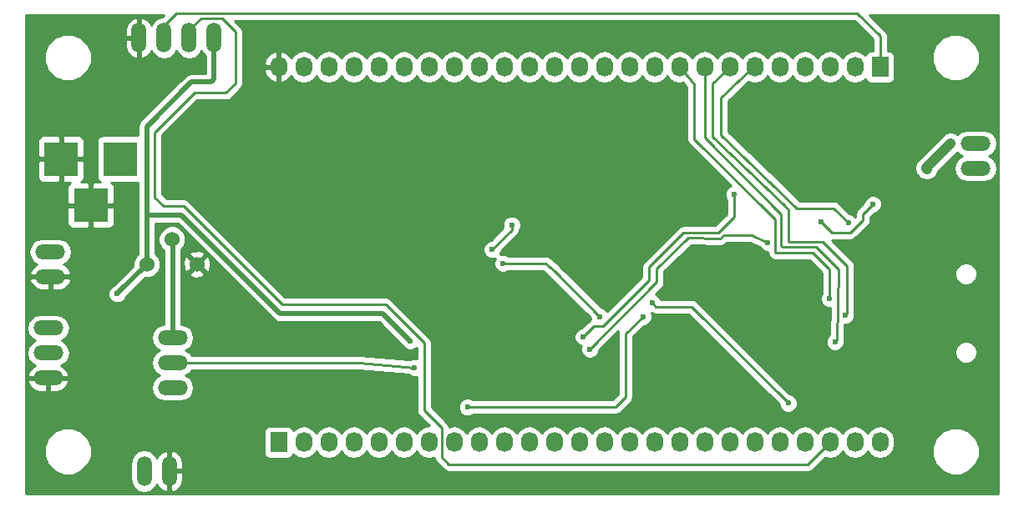
<source format=gbr>
G04 #@! TF.FileFunction,Copper,L2,Bot,Signal*
%FSLAX46Y46*%
G04 Gerber Fmt 4.6, Leading zero omitted, Abs format (unit mm)*
G04 Created by KiCad (PCBNEW 4.1.0-alpha+201607250104+6992~46~ubuntu14.04.1-product) date Sun Jul 31 18:44:05 2016*
%MOMM*%
%LPD*%
G01*
G04 APERTURE LIST*
%ADD10C,0.100000*%
%ADD11R,3.500120X3.500120*%
%ADD12O,3.014980X1.506220*%
%ADD13R,1.727200X2.032000*%
%ADD14O,1.727200X2.032000*%
%ADD15O,1.506220X3.014980*%
%ADD16C,1.524000*%
%ADD17C,1.500000*%
%ADD18C,0.600000*%
%ADD19C,0.500000*%
%ADD20C,1.000000*%
%ADD21C,0.250000*%
%ADD22C,0.254000*%
G04 APERTURE END LIST*
D10*
D11*
X70300140Y-70300000D03*
X64300660Y-70300000D03*
X67300400Y-74999000D03*
D12*
X75600000Y-88460000D03*
X75600000Y-91000000D03*
X75600000Y-93540000D03*
D13*
X86360000Y-99060000D03*
D14*
X88900000Y-99060000D03*
X91440000Y-99060000D03*
X93980000Y-99060000D03*
X96520000Y-99060000D03*
X99060000Y-99060000D03*
X101600000Y-99060000D03*
X104140000Y-99060000D03*
X106680000Y-99060000D03*
X109220000Y-99060000D03*
X111760000Y-99060000D03*
X114300000Y-99060000D03*
X116840000Y-99060000D03*
X119380000Y-99060000D03*
X121920000Y-99060000D03*
X124460000Y-99060000D03*
X127000000Y-99060000D03*
X129540000Y-99060000D03*
X132080000Y-99060000D03*
X134620000Y-99060000D03*
X137160000Y-99060000D03*
X139700000Y-99060000D03*
X142240000Y-99060000D03*
X144780000Y-99060000D03*
X147320000Y-99060000D03*
D13*
X147320000Y-60960000D03*
D14*
X144780000Y-60960000D03*
X142240000Y-60960000D03*
X139700000Y-60960000D03*
X137160000Y-60960000D03*
X134620000Y-60960000D03*
X132080000Y-60960000D03*
X129540000Y-60960000D03*
X127000000Y-60960000D03*
X124460000Y-60960000D03*
X121920000Y-60960000D03*
X119380000Y-60960000D03*
X116840000Y-60960000D03*
X114300000Y-60960000D03*
X111760000Y-60960000D03*
X109220000Y-60960000D03*
X106680000Y-60960000D03*
X104140000Y-60960000D03*
X101600000Y-60960000D03*
X99060000Y-60960000D03*
X96520000Y-60960000D03*
X93980000Y-60960000D03*
X91440000Y-60960000D03*
X88900000Y-60960000D03*
X86360000Y-60960000D03*
D15*
X72730000Y-102000000D03*
X75270000Y-102000000D03*
D12*
X63000000Y-87460000D03*
X63000000Y-90000000D03*
X63000000Y-92540000D03*
X63200000Y-79730000D03*
X63200000Y-82270000D03*
D15*
X72190000Y-58000000D03*
X79810000Y-58000000D03*
X77270000Y-58000000D03*
X74730000Y-58000000D03*
D12*
X157000000Y-71270000D03*
X157000000Y-68730000D03*
D16*
X75540000Y-78460000D03*
X73000000Y-81000000D03*
X78080000Y-81000000D03*
D17*
X121900000Y-77500000D03*
X117800000Y-81900000D03*
X82200000Y-88100000D03*
X123900000Y-94900000D03*
X148020000Y-89380000D03*
D18*
X97250000Y-69820000D03*
X95400000Y-72320000D03*
X118360000Y-69620000D03*
X120170000Y-69680000D03*
X99700000Y-88800000D03*
X70000000Y-84000000D03*
X152050000Y-71360000D03*
X154480000Y-68700000D03*
X135940000Y-78800000D03*
X141300000Y-76700000D03*
X146600000Y-74900000D03*
X117900000Y-89600000D03*
X100100000Y-91500000D03*
X105500000Y-95500000D03*
X123300000Y-86300000D03*
X118900000Y-86300000D03*
X109100000Y-80900000D03*
X138000000Y-95100000D03*
X124200000Y-84900000D03*
X110000000Y-77000000D03*
X108000000Y-79500000D03*
X142750000Y-88880000D03*
X143800000Y-86200000D03*
X144100000Y-76800000D03*
X142200000Y-84500000D03*
X132500000Y-73900000D03*
X117210000Y-88370000D03*
D19*
X97250000Y-69820000D02*
X95400000Y-71670000D01*
X95400000Y-71670000D02*
X95400000Y-72320000D01*
X120110000Y-69620000D02*
X118360000Y-69620000D01*
X120170000Y-69680000D02*
X120110000Y-69620000D01*
X73000000Y-76000000D02*
X76500000Y-76000000D01*
X76500000Y-76000000D02*
X86500000Y-86000000D01*
X86500000Y-86000000D02*
X96900000Y-86000000D01*
X96900000Y-86000000D02*
X99700000Y-88800000D01*
X73000000Y-81000000D02*
X73000000Y-76000000D01*
X73000000Y-76000000D02*
X73000000Y-67000000D01*
X79810000Y-62190000D02*
X79810000Y-58000000D01*
X79500000Y-62500000D02*
X79810000Y-62190000D01*
X77500000Y-62500000D02*
X79500000Y-62500000D01*
X73000000Y-67000000D02*
X77500000Y-62500000D01*
X70000000Y-84000000D02*
X73000000Y-81000000D01*
D20*
X151970000Y-71280000D02*
X152050000Y-71360000D01*
X151970000Y-71210000D02*
X151970000Y-71280000D01*
X154480000Y-68700000D02*
X151970000Y-71210000D01*
D21*
X134350000Y-78050000D02*
X131533052Y-78050000D01*
X135940000Y-78800000D02*
X134350000Y-78050000D01*
X142400000Y-77800000D02*
X141300000Y-76700000D01*
X144300000Y-77800000D02*
X142400000Y-77800000D01*
X145600000Y-76500000D02*
X144300000Y-77800000D01*
X145600000Y-75900000D02*
X145600000Y-76500000D01*
X146600000Y-74900000D02*
X145600000Y-75900000D01*
X131550000Y-78050000D02*
X131100000Y-78400000D01*
X131100000Y-78400000D02*
X127900000Y-78300000D01*
X127900000Y-78300000D02*
X124700000Y-81400000D01*
X124700000Y-81400000D02*
X124700000Y-82800000D01*
X124700000Y-82800000D02*
X117900000Y-89600000D01*
D19*
X75600000Y-88460000D02*
X75600000Y-78520000D01*
X75600000Y-78520000D02*
X75540000Y-78460000D01*
D21*
X94500000Y-91000000D02*
X75600000Y-91000000D01*
X100100000Y-91500000D02*
X94500000Y-91000000D01*
X120500000Y-95500000D02*
X105500000Y-95500000D01*
X121500000Y-94500000D02*
X120500000Y-95500000D01*
X121500000Y-88000000D02*
X121500000Y-94500000D01*
X123300000Y-86300000D02*
X121500000Y-88000000D01*
X118900000Y-86300000D02*
X114300000Y-81700000D01*
X114300000Y-81700000D02*
X113400000Y-80900000D01*
X113400000Y-80900000D02*
X109100000Y-80900000D01*
X128200000Y-85300000D02*
X138000000Y-95100000D01*
X124600000Y-85300000D02*
X128200000Y-85300000D01*
X124200000Y-84900000D02*
X124600000Y-85300000D01*
X77270000Y-58000000D02*
X77270000Y-57230000D01*
X77270000Y-57230000D02*
X78500000Y-56000000D01*
X140000000Y-101300000D02*
X142240000Y-99060000D01*
X103600000Y-101300000D02*
X140000000Y-101300000D01*
X102900000Y-100600000D02*
X103600000Y-101300000D01*
X102900000Y-97600000D02*
X102900000Y-100600000D01*
X101100000Y-95800000D02*
X102900000Y-97600000D01*
X101100000Y-89000000D02*
X101100000Y-95800000D01*
X97200000Y-85100000D02*
X101100000Y-89000000D01*
X86700000Y-85100000D02*
X97200000Y-85100000D01*
X76700000Y-75100000D02*
X86700000Y-85100000D01*
X74700000Y-75100000D02*
X76700000Y-75100000D01*
X73800000Y-74200000D02*
X74700000Y-75100000D01*
X73800000Y-67600000D02*
X73800000Y-74200000D01*
X77800000Y-63600000D02*
X73800000Y-67600000D01*
X81000000Y-63600000D02*
X77800000Y-63600000D01*
X82000000Y-62600000D02*
X81000000Y-63600000D01*
X82000000Y-57400000D02*
X82000000Y-62600000D01*
X80600000Y-56000000D02*
X82000000Y-57400000D01*
X78500000Y-56000000D02*
X80600000Y-56000000D01*
X74730000Y-58000000D02*
X74730000Y-56770000D01*
X74730000Y-56770000D02*
X76000000Y-55500000D01*
X76000000Y-55500000D02*
X145000000Y-55500000D01*
X145000000Y-55500000D02*
X147320000Y-57820000D01*
X147320000Y-57820000D02*
X147320000Y-60960000D01*
X110000000Y-77500000D02*
X110000000Y-77000000D01*
X108000000Y-79500000D02*
X110000000Y-77500000D01*
X129540000Y-68140000D02*
X129540000Y-60960000D01*
X137300000Y-75900000D02*
X129540000Y-68140000D01*
X137300000Y-79100000D02*
X137300000Y-75900000D01*
X137400000Y-79200000D02*
X137300000Y-79100000D01*
X140800000Y-79200000D02*
X137400000Y-79200000D01*
X143100000Y-81500000D02*
X140800000Y-79200000D01*
X142950000Y-88680000D02*
X143100000Y-81500000D01*
X142750000Y-88880000D02*
X142950000Y-88680000D01*
X137999128Y-78685768D02*
X138000000Y-75500000D01*
X143800000Y-86200000D02*
X144000000Y-86000000D01*
X144000000Y-86000000D02*
X144000000Y-81200000D01*
X144000000Y-81200000D02*
X141500000Y-78700000D01*
X141500000Y-78700000D02*
X137999128Y-78685768D01*
X137594566Y-75000148D02*
X130300000Y-68080000D01*
X132080000Y-60960000D02*
X130340000Y-62640000D01*
X130340000Y-62640000D02*
X130300000Y-68080000D01*
X138000000Y-75500000D02*
X137594566Y-75000148D01*
X131190000Y-67890000D02*
X131180000Y-64080000D01*
X131180000Y-64080000D02*
X134610000Y-60810000D01*
X144100000Y-76800000D02*
X142600000Y-75300000D01*
X142600000Y-75300000D02*
X138900000Y-75300000D01*
X138900000Y-75300000D02*
X131190000Y-67890000D01*
X136700000Y-79800000D02*
X136700000Y-76400000D01*
X135900000Y-75700000D02*
X128470000Y-68280000D01*
X127000000Y-60960000D02*
X128510000Y-62750000D01*
X128510000Y-62750000D02*
X128470000Y-68280000D01*
X142200000Y-81500000D02*
X140500000Y-79800000D01*
X140500000Y-79800000D02*
X136700000Y-79800000D01*
X142200000Y-81500000D02*
X142200000Y-84500000D01*
X136700000Y-76400000D02*
X135900000Y-75700000D01*
X142200000Y-84500000D02*
X142200000Y-84500000D01*
X132500000Y-76200000D02*
X132500000Y-73900000D01*
X130900000Y-77800000D02*
X132500000Y-76200000D01*
X127400000Y-77800000D02*
X130900000Y-77800000D01*
X123900000Y-81300000D02*
X127400000Y-77800000D01*
X123900000Y-82600000D02*
X123900000Y-81300000D01*
X119200000Y-87300000D02*
X123900000Y-82600000D01*
X118300000Y-87300000D02*
X119200000Y-87300000D01*
X117210000Y-88370000D02*
X118300000Y-87300000D01*
D22*
G36*
X74579782Y-55845416D02*
X74198793Y-55921200D01*
X73748458Y-56222104D01*
X73447554Y-56672439D01*
X73446984Y-56675306D01*
X73423846Y-56597081D01*
X73081740Y-56174276D01*
X72603875Y-55914573D01*
X72531674Y-55900217D01*
X72317000Y-56022838D01*
X72317000Y-57873000D01*
X72337000Y-57873000D01*
X72337000Y-58127000D01*
X72317000Y-58127000D01*
X72317000Y-59977162D01*
X72531674Y-60099783D01*
X72603875Y-60085427D01*
X73081740Y-59825724D01*
X73423846Y-59402919D01*
X73446984Y-59324694D01*
X73447554Y-59327561D01*
X73748458Y-59777896D01*
X74198793Y-60078800D01*
X74730000Y-60184464D01*
X75261207Y-60078800D01*
X75711542Y-59777896D01*
X76000000Y-59346188D01*
X76288458Y-59777896D01*
X76738793Y-60078800D01*
X77270000Y-60184464D01*
X77801207Y-60078800D01*
X78251542Y-59777896D01*
X78540000Y-59346188D01*
X78828458Y-59777896D01*
X78925000Y-59842403D01*
X78925000Y-61615000D01*
X77500005Y-61615000D01*
X77500000Y-61614999D01*
X77217516Y-61671190D01*
X77161325Y-61682367D01*
X76874210Y-61874210D01*
X76874208Y-61874213D01*
X72374210Y-66374210D01*
X72182367Y-66661325D01*
X72182367Y-66661326D01*
X72114999Y-67000000D01*
X72115000Y-67000005D01*
X72115000Y-67915622D01*
X72050200Y-67902500D01*
X68550080Y-67902500D01*
X68314763Y-67946778D01*
X68098639Y-68085850D01*
X67953649Y-68298050D01*
X67902640Y-68549940D01*
X67902640Y-72050060D01*
X67946918Y-72285377D01*
X68085990Y-72501501D01*
X68250550Y-72613940D01*
X67586150Y-72613940D01*
X67427400Y-72772690D01*
X67427400Y-74872000D01*
X69526710Y-74872000D01*
X69685460Y-74713250D01*
X69685460Y-73122630D01*
X69588787Y-72889241D01*
X69410158Y-72710613D01*
X69378500Y-72697500D01*
X72050200Y-72697500D01*
X72115000Y-72685307D01*
X72115000Y-79909522D01*
X71816371Y-80207630D01*
X71603243Y-80720900D01*
X71602872Y-81145548D01*
X69591164Y-83157256D01*
X69471057Y-83206883D01*
X69207808Y-83469673D01*
X69065162Y-83813201D01*
X69064838Y-84185167D01*
X69206883Y-84528943D01*
X69469673Y-84792192D01*
X69813201Y-84934838D01*
X70185167Y-84935162D01*
X70528943Y-84793117D01*
X70792192Y-84530327D01*
X70842566Y-84409014D01*
X72854705Y-82396874D01*
X73276661Y-82397242D01*
X73790303Y-82185010D01*
X74183629Y-81792370D01*
X74396757Y-81279100D01*
X74397242Y-80723339D01*
X74185010Y-80209697D01*
X73885000Y-79909163D01*
X73885000Y-76885000D01*
X76133420Y-76885000D01*
X85874208Y-86625787D01*
X85874210Y-86625790D01*
X86161325Y-86817633D01*
X86217516Y-86828810D01*
X86500000Y-86885001D01*
X86500005Y-86885000D01*
X96533420Y-86885000D01*
X98857255Y-89208834D01*
X98906883Y-89328943D01*
X99169673Y-89592192D01*
X99513201Y-89734838D01*
X99885167Y-89735162D01*
X100228943Y-89593117D01*
X100340000Y-89482254D01*
X100340000Y-90587253D01*
X100286799Y-90565162D01*
X99914833Y-90564838D01*
X99605156Y-90692794D01*
X94567588Y-90243011D01*
X94533563Y-90246676D01*
X94500000Y-90240000D01*
X77525926Y-90240000D01*
X77377896Y-90018458D01*
X76946188Y-89730000D01*
X77377896Y-89441542D01*
X77678800Y-88991207D01*
X77784464Y-88460000D01*
X77678800Y-87928793D01*
X77377896Y-87478458D01*
X76927561Y-87177554D01*
X76485000Y-87089523D01*
X76485000Y-81980213D01*
X77279392Y-81980213D01*
X77348857Y-82222397D01*
X77872302Y-82409144D01*
X78427368Y-82381362D01*
X78811143Y-82222397D01*
X78880608Y-81980213D01*
X78080000Y-81179605D01*
X77279392Y-81980213D01*
X76485000Y-81980213D01*
X76485000Y-80792302D01*
X76670856Y-80792302D01*
X76698638Y-81347368D01*
X76857603Y-81731143D01*
X77099787Y-81800608D01*
X77900395Y-81000000D01*
X78259605Y-81000000D01*
X79060213Y-81800608D01*
X79302397Y-81731143D01*
X79489144Y-81207698D01*
X79461362Y-80652632D01*
X79302397Y-80268857D01*
X79060213Y-80199392D01*
X78259605Y-81000000D01*
X77900395Y-81000000D01*
X77099787Y-80199392D01*
X76857603Y-80268857D01*
X76670856Y-80792302D01*
X76485000Y-80792302D01*
X76485000Y-80019787D01*
X77279392Y-80019787D01*
X78080000Y-80820395D01*
X78880608Y-80019787D01*
X78811143Y-79777603D01*
X78287698Y-79590856D01*
X77732632Y-79618638D01*
X77348857Y-79777603D01*
X77279392Y-80019787D01*
X76485000Y-80019787D01*
X76485000Y-79490583D01*
X76723629Y-79252370D01*
X76936757Y-78739100D01*
X76937242Y-78183339D01*
X76725010Y-77669697D01*
X76332370Y-77276371D01*
X75819100Y-77063243D01*
X75263339Y-77062758D01*
X74749697Y-77274990D01*
X74356371Y-77667630D01*
X74143243Y-78180900D01*
X74142758Y-78736661D01*
X74354990Y-79250303D01*
X74715000Y-79610942D01*
X74715000Y-87089523D01*
X74272439Y-87177554D01*
X73822104Y-87478458D01*
X73521200Y-87928793D01*
X73415536Y-88460000D01*
X73521200Y-88991207D01*
X73822104Y-89441542D01*
X74253812Y-89730000D01*
X73822104Y-90018458D01*
X73521200Y-90468793D01*
X73415536Y-91000000D01*
X73521200Y-91531207D01*
X73822104Y-91981542D01*
X74253812Y-92270000D01*
X73822104Y-92558458D01*
X73521200Y-93008793D01*
X73415536Y-93540000D01*
X73521200Y-94071207D01*
X73822104Y-94521542D01*
X74272439Y-94822446D01*
X74803646Y-94928110D01*
X76396354Y-94928110D01*
X76927561Y-94822446D01*
X77377896Y-94521542D01*
X77678800Y-94071207D01*
X77784464Y-93540000D01*
X77678800Y-93008793D01*
X77377896Y-92558458D01*
X76946188Y-92270000D01*
X77377896Y-91981542D01*
X77525926Y-91760000D01*
X94466135Y-91760000D01*
X99485813Y-92208186D01*
X99569673Y-92292192D01*
X99913201Y-92434838D01*
X100285167Y-92435162D01*
X100340000Y-92412506D01*
X100340000Y-95800000D01*
X100397852Y-96090839D01*
X100562599Y-96337401D01*
X101602313Y-97377115D01*
X101600000Y-97376655D01*
X101026511Y-97490729D01*
X100540330Y-97815585D01*
X100330000Y-98130366D01*
X100119670Y-97815585D01*
X99633489Y-97490729D01*
X99060000Y-97376655D01*
X98486511Y-97490729D01*
X98000330Y-97815585D01*
X97790000Y-98130366D01*
X97579670Y-97815585D01*
X97093489Y-97490729D01*
X96520000Y-97376655D01*
X95946511Y-97490729D01*
X95460330Y-97815585D01*
X95250000Y-98130366D01*
X95039670Y-97815585D01*
X94553489Y-97490729D01*
X93980000Y-97376655D01*
X93406511Y-97490729D01*
X92920330Y-97815585D01*
X92710000Y-98130366D01*
X92499670Y-97815585D01*
X92013489Y-97490729D01*
X91440000Y-97376655D01*
X90866511Y-97490729D01*
X90380330Y-97815585D01*
X90170000Y-98130366D01*
X89959670Y-97815585D01*
X89473489Y-97490729D01*
X88900000Y-97376655D01*
X88326511Y-97490729D01*
X87840330Y-97815585D01*
X87830757Y-97829913D01*
X87826762Y-97808683D01*
X87687690Y-97592559D01*
X87475490Y-97447569D01*
X87223600Y-97396560D01*
X85496400Y-97396560D01*
X85261083Y-97440838D01*
X85044959Y-97579910D01*
X84899969Y-97792110D01*
X84848960Y-98044000D01*
X84848960Y-100076000D01*
X84893238Y-100311317D01*
X85032310Y-100527441D01*
X85244510Y-100672431D01*
X85496400Y-100723440D01*
X87223600Y-100723440D01*
X87458917Y-100679162D01*
X87675041Y-100540090D01*
X87820031Y-100327890D01*
X87828400Y-100286561D01*
X87840330Y-100304415D01*
X88326511Y-100629271D01*
X88900000Y-100743345D01*
X89473489Y-100629271D01*
X89959670Y-100304415D01*
X90170000Y-99989634D01*
X90380330Y-100304415D01*
X90866511Y-100629271D01*
X91440000Y-100743345D01*
X92013489Y-100629271D01*
X92499670Y-100304415D01*
X92710000Y-99989634D01*
X92920330Y-100304415D01*
X93406511Y-100629271D01*
X93980000Y-100743345D01*
X94553489Y-100629271D01*
X95039670Y-100304415D01*
X95250000Y-99989634D01*
X95460330Y-100304415D01*
X95946511Y-100629271D01*
X96520000Y-100743345D01*
X97093489Y-100629271D01*
X97579670Y-100304415D01*
X97790000Y-99989634D01*
X98000330Y-100304415D01*
X98486511Y-100629271D01*
X99060000Y-100743345D01*
X99633489Y-100629271D01*
X100119670Y-100304415D01*
X100330000Y-99989634D01*
X100540330Y-100304415D01*
X101026511Y-100629271D01*
X101600000Y-100743345D01*
X102146875Y-100634565D01*
X102197852Y-100890839D01*
X102362599Y-101137401D01*
X103062598Y-101837401D01*
X103227345Y-101947480D01*
X103309161Y-102002148D01*
X103600000Y-102060000D01*
X140000000Y-102060000D01*
X140290839Y-102002148D01*
X140537401Y-101837401D01*
X141732421Y-100642381D01*
X142240000Y-100743345D01*
X142813489Y-100629271D01*
X143299670Y-100304415D01*
X143510000Y-99989634D01*
X143720330Y-100304415D01*
X144206511Y-100629271D01*
X144780000Y-100743345D01*
X145353489Y-100629271D01*
X145839670Y-100304415D01*
X146050000Y-99989634D01*
X146260330Y-100304415D01*
X146746511Y-100629271D01*
X147320000Y-100743345D01*
X147893489Y-100629271D01*
X148128375Y-100472325D01*
X152614587Y-100472325D01*
X152976916Y-101349229D01*
X153647242Y-102020726D01*
X154523513Y-102384585D01*
X155472325Y-102385413D01*
X156349229Y-102023084D01*
X157020726Y-101352758D01*
X157384585Y-100476487D01*
X157385413Y-99527675D01*
X157023084Y-98650771D01*
X156352758Y-97979274D01*
X155476487Y-97615415D01*
X154527675Y-97614587D01*
X153650771Y-97976916D01*
X152979274Y-98647242D01*
X152615415Y-99523513D01*
X152614587Y-100472325D01*
X148128375Y-100472325D01*
X148379670Y-100304415D01*
X148704526Y-99818234D01*
X148818600Y-99244745D01*
X148818600Y-98875255D01*
X148704526Y-98301766D01*
X148379670Y-97815585D01*
X147893489Y-97490729D01*
X147320000Y-97376655D01*
X146746511Y-97490729D01*
X146260330Y-97815585D01*
X146050000Y-98130366D01*
X145839670Y-97815585D01*
X145353489Y-97490729D01*
X144780000Y-97376655D01*
X144206511Y-97490729D01*
X143720330Y-97815585D01*
X143510000Y-98130366D01*
X143299670Y-97815585D01*
X142813489Y-97490729D01*
X142240000Y-97376655D01*
X141666511Y-97490729D01*
X141180330Y-97815585D01*
X140970000Y-98130366D01*
X140759670Y-97815585D01*
X140273489Y-97490729D01*
X139700000Y-97376655D01*
X139126511Y-97490729D01*
X138640330Y-97815585D01*
X138430000Y-98130366D01*
X138219670Y-97815585D01*
X137733489Y-97490729D01*
X137160000Y-97376655D01*
X136586511Y-97490729D01*
X136100330Y-97815585D01*
X135890000Y-98130366D01*
X135679670Y-97815585D01*
X135193489Y-97490729D01*
X134620000Y-97376655D01*
X134046511Y-97490729D01*
X133560330Y-97815585D01*
X133350000Y-98130366D01*
X133139670Y-97815585D01*
X132653489Y-97490729D01*
X132080000Y-97376655D01*
X131506511Y-97490729D01*
X131020330Y-97815585D01*
X130810000Y-98130366D01*
X130599670Y-97815585D01*
X130113489Y-97490729D01*
X129540000Y-97376655D01*
X128966511Y-97490729D01*
X128480330Y-97815585D01*
X128270000Y-98130366D01*
X128059670Y-97815585D01*
X127573489Y-97490729D01*
X127000000Y-97376655D01*
X126426511Y-97490729D01*
X125940330Y-97815585D01*
X125730000Y-98130366D01*
X125519670Y-97815585D01*
X125033489Y-97490729D01*
X124460000Y-97376655D01*
X123886511Y-97490729D01*
X123400330Y-97815585D01*
X123190000Y-98130366D01*
X122979670Y-97815585D01*
X122493489Y-97490729D01*
X121920000Y-97376655D01*
X121346511Y-97490729D01*
X120860330Y-97815585D01*
X120650000Y-98130366D01*
X120439670Y-97815585D01*
X119953489Y-97490729D01*
X119380000Y-97376655D01*
X118806511Y-97490729D01*
X118320330Y-97815585D01*
X118110000Y-98130366D01*
X117899670Y-97815585D01*
X117413489Y-97490729D01*
X116840000Y-97376655D01*
X116266511Y-97490729D01*
X115780330Y-97815585D01*
X115570000Y-98130366D01*
X115359670Y-97815585D01*
X114873489Y-97490729D01*
X114300000Y-97376655D01*
X113726511Y-97490729D01*
X113240330Y-97815585D01*
X113030000Y-98130366D01*
X112819670Y-97815585D01*
X112333489Y-97490729D01*
X111760000Y-97376655D01*
X111186511Y-97490729D01*
X110700330Y-97815585D01*
X110490000Y-98130366D01*
X110279670Y-97815585D01*
X109793489Y-97490729D01*
X109220000Y-97376655D01*
X108646511Y-97490729D01*
X108160330Y-97815585D01*
X107950000Y-98130366D01*
X107739670Y-97815585D01*
X107253489Y-97490729D01*
X106680000Y-97376655D01*
X106106511Y-97490729D01*
X105620330Y-97815585D01*
X105410000Y-98130366D01*
X105199670Y-97815585D01*
X104713489Y-97490729D01*
X104140000Y-97376655D01*
X103635533Y-97477000D01*
X103602148Y-97309161D01*
X103602148Y-97309160D01*
X103437401Y-97062599D01*
X101860000Y-95485198D01*
X101860000Y-89000000D01*
X101802148Y-88709161D01*
X101637401Y-88462599D01*
X97737401Y-84562599D01*
X97490839Y-84397852D01*
X97200000Y-84340000D01*
X87014802Y-84340000D01*
X77237401Y-74562599D01*
X76990839Y-74397852D01*
X76700000Y-74340000D01*
X75014802Y-74340000D01*
X74560000Y-73885198D01*
X74560000Y-67914802D01*
X78114802Y-64360000D01*
X81000000Y-64360000D01*
X81290839Y-64302148D01*
X81537401Y-64137401D01*
X82537401Y-63137401D01*
X82702148Y-62890839D01*
X82760000Y-62600000D01*
X82760000Y-61321913D01*
X84874816Y-61321913D01*
X85068046Y-61874320D01*
X85457964Y-62310732D01*
X85985209Y-62564709D01*
X86000974Y-62567358D01*
X86233000Y-62446217D01*
X86233000Y-61087000D01*
X85019076Y-61087000D01*
X84874816Y-61321913D01*
X82760000Y-61321913D01*
X82760000Y-60598087D01*
X84874816Y-60598087D01*
X85019076Y-60833000D01*
X86233000Y-60833000D01*
X86233000Y-59473783D01*
X86000974Y-59352642D01*
X85985209Y-59355291D01*
X85457964Y-59609268D01*
X85068046Y-60045680D01*
X84874816Y-60598087D01*
X82760000Y-60598087D01*
X82760000Y-57400000D01*
X82702148Y-57109161D01*
X82537401Y-56862599D01*
X81934802Y-56260000D01*
X144685198Y-56260000D01*
X146560000Y-58134802D01*
X146560000Y-59296560D01*
X146456400Y-59296560D01*
X146221083Y-59340838D01*
X146004959Y-59479910D01*
X145859969Y-59692110D01*
X145851600Y-59733439D01*
X145839670Y-59715585D01*
X145353489Y-59390729D01*
X144780000Y-59276655D01*
X144206511Y-59390729D01*
X143720330Y-59715585D01*
X143510000Y-60030366D01*
X143299670Y-59715585D01*
X142813489Y-59390729D01*
X142240000Y-59276655D01*
X141666511Y-59390729D01*
X141180330Y-59715585D01*
X140970000Y-60030366D01*
X140759670Y-59715585D01*
X140273489Y-59390729D01*
X139700000Y-59276655D01*
X139126511Y-59390729D01*
X138640330Y-59715585D01*
X138430000Y-60030366D01*
X138219670Y-59715585D01*
X137733489Y-59390729D01*
X137160000Y-59276655D01*
X136586511Y-59390729D01*
X136100330Y-59715585D01*
X135890000Y-60030366D01*
X135679670Y-59715585D01*
X135193489Y-59390729D01*
X134620000Y-59276655D01*
X134046511Y-59390729D01*
X133560330Y-59715585D01*
X133350000Y-60030366D01*
X133139670Y-59715585D01*
X132653489Y-59390729D01*
X132080000Y-59276655D01*
X131506511Y-59390729D01*
X131020330Y-59715585D01*
X130810000Y-60030366D01*
X130599670Y-59715585D01*
X130113489Y-59390729D01*
X129540000Y-59276655D01*
X128966511Y-59390729D01*
X128480330Y-59715585D01*
X128270000Y-60030366D01*
X128059670Y-59715585D01*
X127573489Y-59390729D01*
X127000000Y-59276655D01*
X126426511Y-59390729D01*
X125940330Y-59715585D01*
X125730000Y-60030366D01*
X125519670Y-59715585D01*
X125033489Y-59390729D01*
X124460000Y-59276655D01*
X123886511Y-59390729D01*
X123400330Y-59715585D01*
X123190000Y-60030366D01*
X122979670Y-59715585D01*
X122493489Y-59390729D01*
X121920000Y-59276655D01*
X121346511Y-59390729D01*
X120860330Y-59715585D01*
X120650000Y-60030366D01*
X120439670Y-59715585D01*
X119953489Y-59390729D01*
X119380000Y-59276655D01*
X118806511Y-59390729D01*
X118320330Y-59715585D01*
X118110000Y-60030366D01*
X117899670Y-59715585D01*
X117413489Y-59390729D01*
X116840000Y-59276655D01*
X116266511Y-59390729D01*
X115780330Y-59715585D01*
X115570000Y-60030366D01*
X115359670Y-59715585D01*
X114873489Y-59390729D01*
X114300000Y-59276655D01*
X113726511Y-59390729D01*
X113240330Y-59715585D01*
X113030000Y-60030366D01*
X112819670Y-59715585D01*
X112333489Y-59390729D01*
X111760000Y-59276655D01*
X111186511Y-59390729D01*
X110700330Y-59715585D01*
X110490000Y-60030366D01*
X110279670Y-59715585D01*
X109793489Y-59390729D01*
X109220000Y-59276655D01*
X108646511Y-59390729D01*
X108160330Y-59715585D01*
X107950000Y-60030366D01*
X107739670Y-59715585D01*
X107253489Y-59390729D01*
X106680000Y-59276655D01*
X106106511Y-59390729D01*
X105620330Y-59715585D01*
X105410000Y-60030366D01*
X105199670Y-59715585D01*
X104713489Y-59390729D01*
X104140000Y-59276655D01*
X103566511Y-59390729D01*
X103080330Y-59715585D01*
X102870000Y-60030366D01*
X102659670Y-59715585D01*
X102173489Y-59390729D01*
X101600000Y-59276655D01*
X101026511Y-59390729D01*
X100540330Y-59715585D01*
X100330000Y-60030366D01*
X100119670Y-59715585D01*
X99633489Y-59390729D01*
X99060000Y-59276655D01*
X98486511Y-59390729D01*
X98000330Y-59715585D01*
X97790000Y-60030366D01*
X97579670Y-59715585D01*
X97093489Y-59390729D01*
X96520000Y-59276655D01*
X95946511Y-59390729D01*
X95460330Y-59715585D01*
X95250000Y-60030366D01*
X95039670Y-59715585D01*
X94553489Y-59390729D01*
X93980000Y-59276655D01*
X93406511Y-59390729D01*
X92920330Y-59715585D01*
X92710000Y-60030366D01*
X92499670Y-59715585D01*
X92013489Y-59390729D01*
X91440000Y-59276655D01*
X90866511Y-59390729D01*
X90380330Y-59715585D01*
X90170000Y-60030366D01*
X89959670Y-59715585D01*
X89473489Y-59390729D01*
X88900000Y-59276655D01*
X88326511Y-59390729D01*
X87840330Y-59715585D01*
X87633539Y-60025069D01*
X87262036Y-59609268D01*
X86734791Y-59355291D01*
X86719026Y-59352642D01*
X86487000Y-59473783D01*
X86487000Y-60833000D01*
X86507000Y-60833000D01*
X86507000Y-61087000D01*
X86487000Y-61087000D01*
X86487000Y-62446217D01*
X86719026Y-62567358D01*
X86734791Y-62564709D01*
X87262036Y-62310732D01*
X87633539Y-61894931D01*
X87840330Y-62204415D01*
X88326511Y-62529271D01*
X88900000Y-62643345D01*
X89473489Y-62529271D01*
X89959670Y-62204415D01*
X90170000Y-61889634D01*
X90380330Y-62204415D01*
X90866511Y-62529271D01*
X91440000Y-62643345D01*
X92013489Y-62529271D01*
X92499670Y-62204415D01*
X92710000Y-61889634D01*
X92920330Y-62204415D01*
X93406511Y-62529271D01*
X93980000Y-62643345D01*
X94553489Y-62529271D01*
X95039670Y-62204415D01*
X95250000Y-61889634D01*
X95460330Y-62204415D01*
X95946511Y-62529271D01*
X96520000Y-62643345D01*
X97093489Y-62529271D01*
X97579670Y-62204415D01*
X97790000Y-61889634D01*
X98000330Y-62204415D01*
X98486511Y-62529271D01*
X99060000Y-62643345D01*
X99633489Y-62529271D01*
X100119670Y-62204415D01*
X100330000Y-61889634D01*
X100540330Y-62204415D01*
X101026511Y-62529271D01*
X101600000Y-62643345D01*
X102173489Y-62529271D01*
X102659670Y-62204415D01*
X102870000Y-61889634D01*
X103080330Y-62204415D01*
X103566511Y-62529271D01*
X104140000Y-62643345D01*
X104713489Y-62529271D01*
X105199670Y-62204415D01*
X105410000Y-61889634D01*
X105620330Y-62204415D01*
X106106511Y-62529271D01*
X106680000Y-62643345D01*
X107253489Y-62529271D01*
X107739670Y-62204415D01*
X107950000Y-61889634D01*
X108160330Y-62204415D01*
X108646511Y-62529271D01*
X109220000Y-62643345D01*
X109793489Y-62529271D01*
X110279670Y-62204415D01*
X110490000Y-61889634D01*
X110700330Y-62204415D01*
X111186511Y-62529271D01*
X111760000Y-62643345D01*
X112333489Y-62529271D01*
X112819670Y-62204415D01*
X113030000Y-61889634D01*
X113240330Y-62204415D01*
X113726511Y-62529271D01*
X114300000Y-62643345D01*
X114873489Y-62529271D01*
X115359670Y-62204415D01*
X115570000Y-61889634D01*
X115780330Y-62204415D01*
X116266511Y-62529271D01*
X116840000Y-62643345D01*
X117413489Y-62529271D01*
X117899670Y-62204415D01*
X118110000Y-61889634D01*
X118320330Y-62204415D01*
X118806511Y-62529271D01*
X119380000Y-62643345D01*
X119953489Y-62529271D01*
X120439670Y-62204415D01*
X120650000Y-61889634D01*
X120860330Y-62204415D01*
X121346511Y-62529271D01*
X121920000Y-62643345D01*
X122493489Y-62529271D01*
X122979670Y-62204415D01*
X123190000Y-61889634D01*
X123400330Y-62204415D01*
X123886511Y-62529271D01*
X124460000Y-62643345D01*
X125033489Y-62529271D01*
X125519670Y-62204415D01*
X125730000Y-61889634D01*
X125940330Y-62204415D01*
X126426511Y-62529271D01*
X127000000Y-62643345D01*
X127364557Y-62570830D01*
X127747988Y-63025361D01*
X127710020Y-68274503D01*
X127710595Y-68277509D01*
X127710000Y-68280512D01*
X127738455Y-68423060D01*
X127765767Y-68565753D01*
X127767449Y-68568310D01*
X127768048Y-68571312D01*
X127848875Y-68692103D01*
X127928726Y-68813500D01*
X127931259Y-68815219D01*
X127932961Y-68817763D01*
X132152705Y-73031828D01*
X131971057Y-73106883D01*
X131707808Y-73369673D01*
X131565162Y-73713201D01*
X131564838Y-74085167D01*
X131706883Y-74428943D01*
X131740000Y-74462118D01*
X131740000Y-75885198D01*
X130585198Y-77040000D01*
X127400000Y-77040000D01*
X127157414Y-77088254D01*
X127109160Y-77097852D01*
X126862599Y-77262599D01*
X123362599Y-80762599D01*
X123197852Y-81009161D01*
X123140000Y-81300000D01*
X123140000Y-82285198D01*
X119673646Y-85751552D01*
X119430327Y-85507808D01*
X119086799Y-85365162D01*
X119039923Y-85365121D01*
X114837401Y-81162599D01*
X114818577Y-81150021D01*
X114804916Y-81131969D01*
X113904917Y-80331969D01*
X113795902Y-80268053D01*
X113690839Y-80197852D01*
X113668636Y-80193435D01*
X113649106Y-80181985D01*
X113523941Y-80164654D01*
X113400000Y-80140000D01*
X109662463Y-80140000D01*
X109630327Y-80107808D01*
X109286799Y-79965162D01*
X108914833Y-79964838D01*
X108799618Y-80012444D01*
X108934838Y-79686799D01*
X108934879Y-79639923D01*
X110537401Y-78037401D01*
X110702148Y-77790839D01*
X110744497Y-77577939D01*
X110792192Y-77530327D01*
X110934838Y-77186799D01*
X110935162Y-76814833D01*
X110793117Y-76471057D01*
X110530327Y-76207808D01*
X110186799Y-76065162D01*
X109814833Y-76064838D01*
X109471057Y-76206883D01*
X109207808Y-76469673D01*
X109065162Y-76813201D01*
X109064838Y-77185167D01*
X109116061Y-77309137D01*
X107860320Y-78564878D01*
X107814833Y-78564838D01*
X107471057Y-78706883D01*
X107207808Y-78969673D01*
X107065162Y-79313201D01*
X107064838Y-79685167D01*
X107206883Y-80028943D01*
X107469673Y-80292192D01*
X107813201Y-80434838D01*
X108185167Y-80435162D01*
X108300382Y-80387556D01*
X108165162Y-80713201D01*
X108164838Y-81085167D01*
X108306883Y-81428943D01*
X108569673Y-81692192D01*
X108913201Y-81834838D01*
X109285167Y-81835162D01*
X109628943Y-81693117D01*
X109662118Y-81660000D01*
X113111048Y-81660000D01*
X113778397Y-82253199D01*
X117964878Y-86439680D01*
X117964838Y-86485167D01*
X118011228Y-86597441D01*
X118009161Y-86597852D01*
X117888779Y-86678289D01*
X117767598Y-86757646D01*
X117077701Y-87434884D01*
X117024833Y-87434838D01*
X116681057Y-87576883D01*
X116417808Y-87839673D01*
X116275162Y-88183201D01*
X116274838Y-88555167D01*
X116416883Y-88898943D01*
X116679673Y-89162192D01*
X117012077Y-89300219D01*
X116965162Y-89413201D01*
X116964838Y-89785167D01*
X117106883Y-90128943D01*
X117369673Y-90392192D01*
X117713201Y-90534838D01*
X118085167Y-90535162D01*
X118428943Y-90393117D01*
X118692192Y-90130327D01*
X118834838Y-89786799D01*
X118834879Y-89739923D01*
X120781020Y-87793782D01*
X120771002Y-87844142D01*
X120740310Y-87978295D01*
X120742153Y-87989176D01*
X120740000Y-88000000D01*
X120740000Y-94185198D01*
X120185198Y-94740000D01*
X106062463Y-94740000D01*
X106030327Y-94707808D01*
X105686799Y-94565162D01*
X105314833Y-94564838D01*
X104971057Y-94706883D01*
X104707808Y-94969673D01*
X104565162Y-95313201D01*
X104564838Y-95685167D01*
X104706883Y-96028943D01*
X104969673Y-96292192D01*
X105313201Y-96434838D01*
X105685167Y-96435162D01*
X106028943Y-96293117D01*
X106062118Y-96260000D01*
X120500000Y-96260000D01*
X120790839Y-96202148D01*
X121037401Y-96037401D01*
X122037401Y-95037401D01*
X122202148Y-94790839D01*
X122260000Y-94500000D01*
X122260000Y-88327595D01*
X123416757Y-87235102D01*
X123485167Y-87235162D01*
X123828943Y-87093117D01*
X124092192Y-86830327D01*
X124234838Y-86486799D01*
X124235162Y-86114833D01*
X124142623Y-85890872D01*
X124309160Y-86002148D01*
X124344412Y-86009160D01*
X124600000Y-86060000D01*
X127885198Y-86060000D01*
X137064878Y-95239680D01*
X137064838Y-95285167D01*
X137206883Y-95628943D01*
X137469673Y-95892192D01*
X137813201Y-96034838D01*
X138185167Y-96035162D01*
X138528943Y-95893117D01*
X138792192Y-95630327D01*
X138934838Y-95286799D01*
X138935162Y-94914833D01*
X138793117Y-94571057D01*
X138530327Y-94307808D01*
X138186799Y-94165162D01*
X138139923Y-94165121D01*
X134129577Y-90154775D01*
X154864803Y-90154775D01*
X155037233Y-90572086D01*
X155356235Y-90891645D01*
X155773244Y-91064803D01*
X156224775Y-91065197D01*
X156642086Y-90892767D01*
X156961645Y-90573765D01*
X157134803Y-90156756D01*
X157135197Y-89705225D01*
X156962767Y-89287914D01*
X156643765Y-88968355D01*
X156226756Y-88795197D01*
X155775225Y-88794803D01*
X155357914Y-88967233D01*
X155038355Y-89286235D01*
X154865197Y-89703244D01*
X154864803Y-90154775D01*
X134129577Y-90154775D01*
X128737401Y-84762599D01*
X128490839Y-84597852D01*
X128200000Y-84540000D01*
X125062923Y-84540000D01*
X124993117Y-84371057D01*
X124730327Y-84107808D01*
X124544257Y-84030545D01*
X125237401Y-83337401D01*
X125402148Y-83090840D01*
X125460000Y-82800000D01*
X125460000Y-81721892D01*
X128197770Y-79069676D01*
X131076261Y-79159629D01*
X131188259Y-79140967D01*
X131301503Y-79132800D01*
X131333481Y-79116769D01*
X131368766Y-79110890D01*
X131465091Y-79050792D01*
X131566595Y-78999908D01*
X131810762Y-78810000D01*
X134179750Y-78810000D01*
X135114680Y-79251005D01*
X135146883Y-79328943D01*
X135409673Y-79592192D01*
X135753201Y-79734838D01*
X135940000Y-79735001D01*
X135940000Y-79800000D01*
X135997852Y-80090839D01*
X136162599Y-80337401D01*
X136409161Y-80502148D01*
X136700000Y-80560000D01*
X140185198Y-80560000D01*
X141440000Y-81814802D01*
X141440000Y-83937537D01*
X141407808Y-83969673D01*
X141265162Y-84313201D01*
X141264838Y-84685167D01*
X141406883Y-85028943D01*
X141669673Y-85292192D01*
X142013201Y-85434838D01*
X142257626Y-85435051D01*
X142201824Y-88106082D01*
X141957808Y-88349673D01*
X141815162Y-88693201D01*
X141814838Y-89065167D01*
X141956883Y-89408943D01*
X142219673Y-89672192D01*
X142563201Y-89814838D01*
X142935167Y-89815162D01*
X143278943Y-89673117D01*
X143542192Y-89410327D01*
X143684838Y-89066799D01*
X143685063Y-88808099D01*
X143709834Y-88695874D01*
X143742444Y-87134951D01*
X143985167Y-87135162D01*
X144328943Y-86993117D01*
X144592192Y-86730327D01*
X144734838Y-86386799D01*
X144735066Y-86125352D01*
X144760000Y-86000000D01*
X144760000Y-82174775D01*
X154864803Y-82174775D01*
X155037233Y-82592086D01*
X155356235Y-82911645D01*
X155773244Y-83084803D01*
X156224775Y-83085197D01*
X156642086Y-82912767D01*
X156961645Y-82593765D01*
X157134803Y-82176756D01*
X157135197Y-81725225D01*
X156962767Y-81307914D01*
X156643765Y-80988355D01*
X156226756Y-80815197D01*
X155775225Y-80814803D01*
X155357914Y-80987233D01*
X155038355Y-81306235D01*
X154865197Y-81723244D01*
X154864803Y-82174775D01*
X144760000Y-82174775D01*
X144760000Y-81200000D01*
X144702148Y-80909161D01*
X144537401Y-80662599D01*
X142434802Y-78560000D01*
X144300000Y-78560000D01*
X144590839Y-78502148D01*
X144837401Y-78337401D01*
X146137401Y-77037401D01*
X146302148Y-76790839D01*
X146360000Y-76500000D01*
X146360000Y-76214802D01*
X146739680Y-75835122D01*
X146785167Y-75835162D01*
X147128943Y-75693117D01*
X147392192Y-75430327D01*
X147534838Y-75086799D01*
X147535162Y-74714833D01*
X147393117Y-74371057D01*
X147130327Y-74107808D01*
X146786799Y-73965162D01*
X146414833Y-73964838D01*
X146071057Y-74106883D01*
X145807808Y-74369673D01*
X145665162Y-74713201D01*
X145665121Y-74760077D01*
X145062599Y-75362599D01*
X144897852Y-75609161D01*
X144840000Y-75900000D01*
X144840000Y-76185198D01*
X144823690Y-76201508D01*
X144630327Y-76007808D01*
X144286799Y-75865162D01*
X144239923Y-75865121D01*
X143137401Y-74762599D01*
X142890839Y-74597852D01*
X142600000Y-74540000D01*
X139206006Y-74540000D01*
X135741189Y-71210000D01*
X150835000Y-71210000D01*
X150835000Y-71280000D01*
X150921397Y-71714346D01*
X151145714Y-72050060D01*
X151167434Y-72082566D01*
X151247434Y-72162566D01*
X151615655Y-72408603D01*
X152050000Y-72495000D01*
X152484345Y-72408603D01*
X152852566Y-72162566D01*
X153098603Y-71794345D01*
X153125374Y-71659758D01*
X155162618Y-69622514D01*
X155222104Y-69711542D01*
X155653812Y-70000000D01*
X155222104Y-70288458D01*
X154921200Y-70738793D01*
X154815536Y-71270000D01*
X154921200Y-71801207D01*
X155222104Y-72251542D01*
X155672439Y-72552446D01*
X156203646Y-72658110D01*
X157796354Y-72658110D01*
X158327561Y-72552446D01*
X158777896Y-72251542D01*
X159078800Y-71801207D01*
X159184464Y-71270000D01*
X159078800Y-70738793D01*
X158777896Y-70288458D01*
X158346188Y-70000000D01*
X158777896Y-69711542D01*
X159078800Y-69261207D01*
X159184464Y-68730000D01*
X159078800Y-68198793D01*
X158777896Y-67748458D01*
X158327561Y-67447554D01*
X157796354Y-67341890D01*
X156203646Y-67341890D01*
X155672439Y-67447554D01*
X155222104Y-67748458D01*
X155171948Y-67823522D01*
X154914345Y-67651397D01*
X154480000Y-67565000D01*
X154045655Y-67651397D01*
X153677434Y-67897434D01*
X151167434Y-70407434D01*
X150921397Y-70775654D01*
X150835000Y-71210000D01*
X135741189Y-71210000D01*
X131949151Y-67565512D01*
X131940854Y-64404671D01*
X133965086Y-62474864D01*
X134046511Y-62529271D01*
X134620000Y-62643345D01*
X135193489Y-62529271D01*
X135679670Y-62204415D01*
X135890000Y-61889634D01*
X136100330Y-62204415D01*
X136586511Y-62529271D01*
X137160000Y-62643345D01*
X137733489Y-62529271D01*
X138219670Y-62204415D01*
X138430000Y-61889634D01*
X138640330Y-62204415D01*
X139126511Y-62529271D01*
X139700000Y-62643345D01*
X140273489Y-62529271D01*
X140759670Y-62204415D01*
X140970000Y-61889634D01*
X141180330Y-62204415D01*
X141666511Y-62529271D01*
X142240000Y-62643345D01*
X142813489Y-62529271D01*
X143299670Y-62204415D01*
X143510000Y-61889634D01*
X143720330Y-62204415D01*
X144206511Y-62529271D01*
X144780000Y-62643345D01*
X145353489Y-62529271D01*
X145839670Y-62204415D01*
X145849243Y-62190087D01*
X145853238Y-62211317D01*
X145992310Y-62427441D01*
X146204510Y-62572431D01*
X146456400Y-62623440D01*
X148183600Y-62623440D01*
X148418917Y-62579162D01*
X148635041Y-62440090D01*
X148780031Y-62227890D01*
X148831040Y-61976000D01*
X148831040Y-60472325D01*
X152614587Y-60472325D01*
X152976916Y-61349229D01*
X153647242Y-62020726D01*
X154523513Y-62384585D01*
X155472325Y-62385413D01*
X156349229Y-62023084D01*
X157020726Y-61352758D01*
X157384585Y-60476487D01*
X157385413Y-59527675D01*
X157023084Y-58650771D01*
X156352758Y-57979274D01*
X155476487Y-57615415D01*
X154527675Y-57614587D01*
X153650771Y-57976916D01*
X152979274Y-58647242D01*
X152615415Y-59523513D01*
X152614587Y-60472325D01*
X148831040Y-60472325D01*
X148831040Y-59944000D01*
X148786762Y-59708683D01*
X148647690Y-59492559D01*
X148435490Y-59347569D01*
X148183600Y-59296560D01*
X148080000Y-59296560D01*
X148080000Y-57820000D01*
X148022148Y-57529161D01*
X148022148Y-57529160D01*
X147857401Y-57282599D01*
X146284802Y-55710000D01*
X159290000Y-55710000D01*
X159290000Y-104290000D01*
X60710000Y-104290000D01*
X60710000Y-100472325D01*
X62614587Y-100472325D01*
X62976916Y-101349229D01*
X63647242Y-102020726D01*
X64523513Y-102384585D01*
X65472325Y-102385413D01*
X66349229Y-102023084D01*
X67020726Y-101352758D01*
X67082642Y-101203646D01*
X71341890Y-101203646D01*
X71341890Y-102796354D01*
X71447554Y-103327561D01*
X71748458Y-103777896D01*
X72198793Y-104078800D01*
X72730000Y-104184464D01*
X73261207Y-104078800D01*
X73711542Y-103777896D01*
X74012446Y-103327561D01*
X74013016Y-103324694D01*
X74036154Y-103402919D01*
X74378260Y-103825724D01*
X74856125Y-104085427D01*
X74928326Y-104099783D01*
X75143000Y-103977162D01*
X75143000Y-102127000D01*
X75397000Y-102127000D01*
X75397000Y-103977162D01*
X75611674Y-104099783D01*
X75683875Y-104085427D01*
X76161740Y-103825724D01*
X76503846Y-103402919D01*
X76658110Y-102881380D01*
X76658110Y-102127000D01*
X75397000Y-102127000D01*
X75143000Y-102127000D01*
X75123000Y-102127000D01*
X75123000Y-101873000D01*
X75143000Y-101873000D01*
X75143000Y-100022838D01*
X75397000Y-100022838D01*
X75397000Y-101873000D01*
X76658110Y-101873000D01*
X76658110Y-101118620D01*
X76503846Y-100597081D01*
X76161740Y-100174276D01*
X75683875Y-99914573D01*
X75611674Y-99900217D01*
X75397000Y-100022838D01*
X75143000Y-100022838D01*
X74928326Y-99900217D01*
X74856125Y-99914573D01*
X74378260Y-100174276D01*
X74036154Y-100597081D01*
X74013016Y-100675306D01*
X74012446Y-100672439D01*
X73711542Y-100222104D01*
X73261207Y-99921200D01*
X72730000Y-99815536D01*
X72198793Y-99921200D01*
X71748458Y-100222104D01*
X71447554Y-100672439D01*
X71341890Y-101203646D01*
X67082642Y-101203646D01*
X67384585Y-100476487D01*
X67385413Y-99527675D01*
X67023084Y-98650771D01*
X66352758Y-97979274D01*
X65476487Y-97615415D01*
X64527675Y-97614587D01*
X63650771Y-97976916D01*
X62979274Y-98647242D01*
X62615415Y-99523513D01*
X62614587Y-100472325D01*
X60710000Y-100472325D01*
X60710000Y-92881674D01*
X60900217Y-92881674D01*
X60914573Y-92953875D01*
X61174276Y-93431740D01*
X61597081Y-93773846D01*
X62118620Y-93928110D01*
X62873000Y-93928110D01*
X62873000Y-92667000D01*
X63127000Y-92667000D01*
X63127000Y-93928110D01*
X63881380Y-93928110D01*
X64402919Y-93773846D01*
X64825724Y-93431740D01*
X65085427Y-92953875D01*
X65099783Y-92881674D01*
X64977162Y-92667000D01*
X63127000Y-92667000D01*
X62873000Y-92667000D01*
X61022838Y-92667000D01*
X60900217Y-92881674D01*
X60710000Y-92881674D01*
X60710000Y-87460000D01*
X60815536Y-87460000D01*
X60921200Y-87991207D01*
X61222104Y-88441542D01*
X61653812Y-88730000D01*
X61222104Y-89018458D01*
X60921200Y-89468793D01*
X60815536Y-90000000D01*
X60921200Y-90531207D01*
X61222104Y-90981542D01*
X61672439Y-91282446D01*
X61675306Y-91283016D01*
X61597081Y-91306154D01*
X61174276Y-91648260D01*
X60914573Y-92126125D01*
X60900217Y-92198326D01*
X61022838Y-92413000D01*
X62873000Y-92413000D01*
X62873000Y-92393000D01*
X63127000Y-92393000D01*
X63127000Y-92413000D01*
X64977162Y-92413000D01*
X65099783Y-92198326D01*
X65085427Y-92126125D01*
X64825724Y-91648260D01*
X64402919Y-91306154D01*
X64324694Y-91283016D01*
X64327561Y-91282446D01*
X64777896Y-90981542D01*
X65078800Y-90531207D01*
X65184464Y-90000000D01*
X65078800Y-89468793D01*
X64777896Y-89018458D01*
X64346188Y-88730000D01*
X64777896Y-88441542D01*
X65078800Y-87991207D01*
X65184464Y-87460000D01*
X65078800Y-86928793D01*
X64777896Y-86478458D01*
X64327561Y-86177554D01*
X63796354Y-86071890D01*
X62203646Y-86071890D01*
X61672439Y-86177554D01*
X61222104Y-86478458D01*
X60921200Y-86928793D01*
X60815536Y-87460000D01*
X60710000Y-87460000D01*
X60710000Y-82611674D01*
X61100217Y-82611674D01*
X61114573Y-82683875D01*
X61374276Y-83161740D01*
X61797081Y-83503846D01*
X62318620Y-83658110D01*
X63073000Y-83658110D01*
X63073000Y-82397000D01*
X63327000Y-82397000D01*
X63327000Y-83658110D01*
X64081380Y-83658110D01*
X64602919Y-83503846D01*
X65025724Y-83161740D01*
X65285427Y-82683875D01*
X65299783Y-82611674D01*
X65177162Y-82397000D01*
X63327000Y-82397000D01*
X63073000Y-82397000D01*
X61222838Y-82397000D01*
X61100217Y-82611674D01*
X60710000Y-82611674D01*
X60710000Y-79730000D01*
X61015536Y-79730000D01*
X61121200Y-80261207D01*
X61422104Y-80711542D01*
X61872439Y-81012446D01*
X61875306Y-81013016D01*
X61797081Y-81036154D01*
X61374276Y-81378260D01*
X61114573Y-81856125D01*
X61100217Y-81928326D01*
X61222838Y-82143000D01*
X63073000Y-82143000D01*
X63073000Y-82123000D01*
X63327000Y-82123000D01*
X63327000Y-82143000D01*
X65177162Y-82143000D01*
X65299783Y-81928326D01*
X65285427Y-81856125D01*
X65025724Y-81378260D01*
X64602919Y-81036154D01*
X64524694Y-81013016D01*
X64527561Y-81012446D01*
X64977896Y-80711542D01*
X65278800Y-80261207D01*
X65384464Y-79730000D01*
X65278800Y-79198793D01*
X64977896Y-78748458D01*
X64527561Y-78447554D01*
X63996354Y-78341890D01*
X62403646Y-78341890D01*
X61872439Y-78447554D01*
X61422104Y-78748458D01*
X61121200Y-79198793D01*
X61015536Y-79730000D01*
X60710000Y-79730000D01*
X60710000Y-75284750D01*
X64915340Y-75284750D01*
X64915340Y-76875370D01*
X65012013Y-77108759D01*
X65190642Y-77287387D01*
X65424031Y-77384060D01*
X67014650Y-77384060D01*
X67173400Y-77225310D01*
X67173400Y-75126000D01*
X67427400Y-75126000D01*
X67427400Y-77225310D01*
X67586150Y-77384060D01*
X69176769Y-77384060D01*
X69410158Y-77287387D01*
X69588787Y-77108759D01*
X69685460Y-76875370D01*
X69685460Y-75284750D01*
X69526710Y-75126000D01*
X67427400Y-75126000D01*
X67173400Y-75126000D01*
X65074090Y-75126000D01*
X64915340Y-75284750D01*
X60710000Y-75284750D01*
X60710000Y-70585750D01*
X61915600Y-70585750D01*
X61915600Y-72176370D01*
X62012273Y-72409759D01*
X62190902Y-72588387D01*
X62424291Y-72685060D01*
X64014910Y-72685060D01*
X64173660Y-72526310D01*
X64173660Y-70427000D01*
X64427660Y-70427000D01*
X64427660Y-72526310D01*
X64586410Y-72685060D01*
X65252332Y-72685060D01*
X65190642Y-72710613D01*
X65012013Y-72889241D01*
X64915340Y-73122630D01*
X64915340Y-74713250D01*
X65074090Y-74872000D01*
X67173400Y-74872000D01*
X67173400Y-72772690D01*
X67014650Y-72613940D01*
X66348728Y-72613940D01*
X66410418Y-72588387D01*
X66589047Y-72409759D01*
X66685720Y-72176370D01*
X66685720Y-70585750D01*
X66526970Y-70427000D01*
X64427660Y-70427000D01*
X64173660Y-70427000D01*
X62074350Y-70427000D01*
X61915600Y-70585750D01*
X60710000Y-70585750D01*
X60710000Y-68423630D01*
X61915600Y-68423630D01*
X61915600Y-70014250D01*
X62074350Y-70173000D01*
X64173660Y-70173000D01*
X64173660Y-68073690D01*
X64427660Y-68073690D01*
X64427660Y-70173000D01*
X66526970Y-70173000D01*
X66685720Y-70014250D01*
X66685720Y-68423630D01*
X66589047Y-68190241D01*
X66410418Y-68011613D01*
X66177029Y-67914940D01*
X64586410Y-67914940D01*
X64427660Y-68073690D01*
X64173660Y-68073690D01*
X64014910Y-67914940D01*
X62424291Y-67914940D01*
X62190902Y-68011613D01*
X62012273Y-68190241D01*
X61915600Y-68423630D01*
X60710000Y-68423630D01*
X60710000Y-60472325D01*
X62614587Y-60472325D01*
X62976916Y-61349229D01*
X63647242Y-62020726D01*
X64523513Y-62384585D01*
X65472325Y-62385413D01*
X66349229Y-62023084D01*
X67020726Y-61352758D01*
X67384585Y-60476487D01*
X67385413Y-59527675D01*
X67023084Y-58650771D01*
X66500227Y-58127000D01*
X70801890Y-58127000D01*
X70801890Y-58881380D01*
X70956154Y-59402919D01*
X71298260Y-59825724D01*
X71776125Y-60085427D01*
X71848326Y-60099783D01*
X72063000Y-59977162D01*
X72063000Y-58127000D01*
X70801890Y-58127000D01*
X66500227Y-58127000D01*
X66352758Y-57979274D01*
X65476487Y-57615415D01*
X64527675Y-57614587D01*
X63650771Y-57976916D01*
X62979274Y-58647242D01*
X62615415Y-59523513D01*
X62614587Y-60472325D01*
X60710000Y-60472325D01*
X60710000Y-57118620D01*
X70801890Y-57118620D01*
X70801890Y-57873000D01*
X72063000Y-57873000D01*
X72063000Y-56022838D01*
X71848326Y-55900217D01*
X71776125Y-55914573D01*
X71298260Y-56174276D01*
X70956154Y-56597081D01*
X70801890Y-57118620D01*
X60710000Y-57118620D01*
X60710000Y-55710000D01*
X74715198Y-55710000D01*
X74579782Y-55845416D01*
X74579782Y-55845416D01*
G37*
X74579782Y-55845416D02*
X74198793Y-55921200D01*
X73748458Y-56222104D01*
X73447554Y-56672439D01*
X73446984Y-56675306D01*
X73423846Y-56597081D01*
X73081740Y-56174276D01*
X72603875Y-55914573D01*
X72531674Y-55900217D01*
X72317000Y-56022838D01*
X72317000Y-57873000D01*
X72337000Y-57873000D01*
X72337000Y-58127000D01*
X72317000Y-58127000D01*
X72317000Y-59977162D01*
X72531674Y-60099783D01*
X72603875Y-60085427D01*
X73081740Y-59825724D01*
X73423846Y-59402919D01*
X73446984Y-59324694D01*
X73447554Y-59327561D01*
X73748458Y-59777896D01*
X74198793Y-60078800D01*
X74730000Y-60184464D01*
X75261207Y-60078800D01*
X75711542Y-59777896D01*
X76000000Y-59346188D01*
X76288458Y-59777896D01*
X76738793Y-60078800D01*
X77270000Y-60184464D01*
X77801207Y-60078800D01*
X78251542Y-59777896D01*
X78540000Y-59346188D01*
X78828458Y-59777896D01*
X78925000Y-59842403D01*
X78925000Y-61615000D01*
X77500005Y-61615000D01*
X77500000Y-61614999D01*
X77217516Y-61671190D01*
X77161325Y-61682367D01*
X76874210Y-61874210D01*
X76874208Y-61874213D01*
X72374210Y-66374210D01*
X72182367Y-66661325D01*
X72182367Y-66661326D01*
X72114999Y-67000000D01*
X72115000Y-67000005D01*
X72115000Y-67915622D01*
X72050200Y-67902500D01*
X68550080Y-67902500D01*
X68314763Y-67946778D01*
X68098639Y-68085850D01*
X67953649Y-68298050D01*
X67902640Y-68549940D01*
X67902640Y-72050060D01*
X67946918Y-72285377D01*
X68085990Y-72501501D01*
X68250550Y-72613940D01*
X67586150Y-72613940D01*
X67427400Y-72772690D01*
X67427400Y-74872000D01*
X69526710Y-74872000D01*
X69685460Y-74713250D01*
X69685460Y-73122630D01*
X69588787Y-72889241D01*
X69410158Y-72710613D01*
X69378500Y-72697500D01*
X72050200Y-72697500D01*
X72115000Y-72685307D01*
X72115000Y-79909522D01*
X71816371Y-80207630D01*
X71603243Y-80720900D01*
X71602872Y-81145548D01*
X69591164Y-83157256D01*
X69471057Y-83206883D01*
X69207808Y-83469673D01*
X69065162Y-83813201D01*
X69064838Y-84185167D01*
X69206883Y-84528943D01*
X69469673Y-84792192D01*
X69813201Y-84934838D01*
X70185167Y-84935162D01*
X70528943Y-84793117D01*
X70792192Y-84530327D01*
X70842566Y-84409014D01*
X72854705Y-82396874D01*
X73276661Y-82397242D01*
X73790303Y-82185010D01*
X74183629Y-81792370D01*
X74396757Y-81279100D01*
X74397242Y-80723339D01*
X74185010Y-80209697D01*
X73885000Y-79909163D01*
X73885000Y-76885000D01*
X76133420Y-76885000D01*
X85874208Y-86625787D01*
X85874210Y-86625790D01*
X86161325Y-86817633D01*
X86217516Y-86828810D01*
X86500000Y-86885001D01*
X86500005Y-86885000D01*
X96533420Y-86885000D01*
X98857255Y-89208834D01*
X98906883Y-89328943D01*
X99169673Y-89592192D01*
X99513201Y-89734838D01*
X99885167Y-89735162D01*
X100228943Y-89593117D01*
X100340000Y-89482254D01*
X100340000Y-90587253D01*
X100286799Y-90565162D01*
X99914833Y-90564838D01*
X99605156Y-90692794D01*
X94567588Y-90243011D01*
X94533563Y-90246676D01*
X94500000Y-90240000D01*
X77525926Y-90240000D01*
X77377896Y-90018458D01*
X76946188Y-89730000D01*
X77377896Y-89441542D01*
X77678800Y-88991207D01*
X77784464Y-88460000D01*
X77678800Y-87928793D01*
X77377896Y-87478458D01*
X76927561Y-87177554D01*
X76485000Y-87089523D01*
X76485000Y-81980213D01*
X77279392Y-81980213D01*
X77348857Y-82222397D01*
X77872302Y-82409144D01*
X78427368Y-82381362D01*
X78811143Y-82222397D01*
X78880608Y-81980213D01*
X78080000Y-81179605D01*
X77279392Y-81980213D01*
X76485000Y-81980213D01*
X76485000Y-80792302D01*
X76670856Y-80792302D01*
X76698638Y-81347368D01*
X76857603Y-81731143D01*
X77099787Y-81800608D01*
X77900395Y-81000000D01*
X78259605Y-81000000D01*
X79060213Y-81800608D01*
X79302397Y-81731143D01*
X79489144Y-81207698D01*
X79461362Y-80652632D01*
X79302397Y-80268857D01*
X79060213Y-80199392D01*
X78259605Y-81000000D01*
X77900395Y-81000000D01*
X77099787Y-80199392D01*
X76857603Y-80268857D01*
X76670856Y-80792302D01*
X76485000Y-80792302D01*
X76485000Y-80019787D01*
X77279392Y-80019787D01*
X78080000Y-80820395D01*
X78880608Y-80019787D01*
X78811143Y-79777603D01*
X78287698Y-79590856D01*
X77732632Y-79618638D01*
X77348857Y-79777603D01*
X77279392Y-80019787D01*
X76485000Y-80019787D01*
X76485000Y-79490583D01*
X76723629Y-79252370D01*
X76936757Y-78739100D01*
X76937242Y-78183339D01*
X76725010Y-77669697D01*
X76332370Y-77276371D01*
X75819100Y-77063243D01*
X75263339Y-77062758D01*
X74749697Y-77274990D01*
X74356371Y-77667630D01*
X74143243Y-78180900D01*
X74142758Y-78736661D01*
X74354990Y-79250303D01*
X74715000Y-79610942D01*
X74715000Y-87089523D01*
X74272439Y-87177554D01*
X73822104Y-87478458D01*
X73521200Y-87928793D01*
X73415536Y-88460000D01*
X73521200Y-88991207D01*
X73822104Y-89441542D01*
X74253812Y-89730000D01*
X73822104Y-90018458D01*
X73521200Y-90468793D01*
X73415536Y-91000000D01*
X73521200Y-91531207D01*
X73822104Y-91981542D01*
X74253812Y-92270000D01*
X73822104Y-92558458D01*
X73521200Y-93008793D01*
X73415536Y-93540000D01*
X73521200Y-94071207D01*
X73822104Y-94521542D01*
X74272439Y-94822446D01*
X74803646Y-94928110D01*
X76396354Y-94928110D01*
X76927561Y-94822446D01*
X77377896Y-94521542D01*
X77678800Y-94071207D01*
X77784464Y-93540000D01*
X77678800Y-93008793D01*
X77377896Y-92558458D01*
X76946188Y-92270000D01*
X77377896Y-91981542D01*
X77525926Y-91760000D01*
X94466135Y-91760000D01*
X99485813Y-92208186D01*
X99569673Y-92292192D01*
X99913201Y-92434838D01*
X100285167Y-92435162D01*
X100340000Y-92412506D01*
X100340000Y-95800000D01*
X100397852Y-96090839D01*
X100562599Y-96337401D01*
X101602313Y-97377115D01*
X101600000Y-97376655D01*
X101026511Y-97490729D01*
X100540330Y-97815585D01*
X100330000Y-98130366D01*
X100119670Y-97815585D01*
X99633489Y-97490729D01*
X99060000Y-97376655D01*
X98486511Y-97490729D01*
X98000330Y-97815585D01*
X97790000Y-98130366D01*
X97579670Y-97815585D01*
X97093489Y-97490729D01*
X96520000Y-97376655D01*
X95946511Y-97490729D01*
X95460330Y-97815585D01*
X95250000Y-98130366D01*
X95039670Y-97815585D01*
X94553489Y-97490729D01*
X93980000Y-97376655D01*
X93406511Y-97490729D01*
X92920330Y-97815585D01*
X92710000Y-98130366D01*
X92499670Y-97815585D01*
X92013489Y-97490729D01*
X91440000Y-97376655D01*
X90866511Y-97490729D01*
X90380330Y-97815585D01*
X90170000Y-98130366D01*
X89959670Y-97815585D01*
X89473489Y-97490729D01*
X88900000Y-97376655D01*
X88326511Y-97490729D01*
X87840330Y-97815585D01*
X87830757Y-97829913D01*
X87826762Y-97808683D01*
X87687690Y-97592559D01*
X87475490Y-97447569D01*
X87223600Y-97396560D01*
X85496400Y-97396560D01*
X85261083Y-97440838D01*
X85044959Y-97579910D01*
X84899969Y-97792110D01*
X84848960Y-98044000D01*
X84848960Y-100076000D01*
X84893238Y-100311317D01*
X85032310Y-100527441D01*
X85244510Y-100672431D01*
X85496400Y-100723440D01*
X87223600Y-100723440D01*
X87458917Y-100679162D01*
X87675041Y-100540090D01*
X87820031Y-100327890D01*
X87828400Y-100286561D01*
X87840330Y-100304415D01*
X88326511Y-100629271D01*
X88900000Y-100743345D01*
X89473489Y-100629271D01*
X89959670Y-100304415D01*
X90170000Y-99989634D01*
X90380330Y-100304415D01*
X90866511Y-100629271D01*
X91440000Y-100743345D01*
X92013489Y-100629271D01*
X92499670Y-100304415D01*
X92710000Y-99989634D01*
X92920330Y-100304415D01*
X93406511Y-100629271D01*
X93980000Y-100743345D01*
X94553489Y-100629271D01*
X95039670Y-100304415D01*
X95250000Y-99989634D01*
X95460330Y-100304415D01*
X95946511Y-100629271D01*
X96520000Y-100743345D01*
X97093489Y-100629271D01*
X97579670Y-100304415D01*
X97790000Y-99989634D01*
X98000330Y-100304415D01*
X98486511Y-100629271D01*
X99060000Y-100743345D01*
X99633489Y-100629271D01*
X100119670Y-100304415D01*
X100330000Y-99989634D01*
X100540330Y-100304415D01*
X101026511Y-100629271D01*
X101600000Y-100743345D01*
X102146875Y-100634565D01*
X102197852Y-100890839D01*
X102362599Y-101137401D01*
X103062598Y-101837401D01*
X103227345Y-101947480D01*
X103309161Y-102002148D01*
X103600000Y-102060000D01*
X140000000Y-102060000D01*
X140290839Y-102002148D01*
X140537401Y-101837401D01*
X141732421Y-100642381D01*
X142240000Y-100743345D01*
X142813489Y-100629271D01*
X143299670Y-100304415D01*
X143510000Y-99989634D01*
X143720330Y-100304415D01*
X144206511Y-100629271D01*
X144780000Y-100743345D01*
X145353489Y-100629271D01*
X145839670Y-100304415D01*
X146050000Y-99989634D01*
X146260330Y-100304415D01*
X146746511Y-100629271D01*
X147320000Y-100743345D01*
X147893489Y-100629271D01*
X148128375Y-100472325D01*
X152614587Y-100472325D01*
X152976916Y-101349229D01*
X153647242Y-102020726D01*
X154523513Y-102384585D01*
X155472325Y-102385413D01*
X156349229Y-102023084D01*
X157020726Y-101352758D01*
X157384585Y-100476487D01*
X157385413Y-99527675D01*
X157023084Y-98650771D01*
X156352758Y-97979274D01*
X155476487Y-97615415D01*
X154527675Y-97614587D01*
X153650771Y-97976916D01*
X152979274Y-98647242D01*
X152615415Y-99523513D01*
X152614587Y-100472325D01*
X148128375Y-100472325D01*
X148379670Y-100304415D01*
X148704526Y-99818234D01*
X148818600Y-99244745D01*
X148818600Y-98875255D01*
X148704526Y-98301766D01*
X148379670Y-97815585D01*
X147893489Y-97490729D01*
X147320000Y-97376655D01*
X146746511Y-97490729D01*
X146260330Y-97815585D01*
X146050000Y-98130366D01*
X145839670Y-97815585D01*
X145353489Y-97490729D01*
X144780000Y-97376655D01*
X144206511Y-97490729D01*
X143720330Y-97815585D01*
X143510000Y-98130366D01*
X143299670Y-97815585D01*
X142813489Y-97490729D01*
X142240000Y-97376655D01*
X141666511Y-97490729D01*
X141180330Y-97815585D01*
X140970000Y-98130366D01*
X140759670Y-97815585D01*
X140273489Y-97490729D01*
X139700000Y-97376655D01*
X139126511Y-97490729D01*
X138640330Y-97815585D01*
X138430000Y-98130366D01*
X138219670Y-97815585D01*
X137733489Y-97490729D01*
X137160000Y-97376655D01*
X136586511Y-97490729D01*
X136100330Y-97815585D01*
X135890000Y-98130366D01*
X135679670Y-97815585D01*
X135193489Y-97490729D01*
X134620000Y-97376655D01*
X134046511Y-97490729D01*
X133560330Y-97815585D01*
X133350000Y-98130366D01*
X133139670Y-97815585D01*
X132653489Y-97490729D01*
X132080000Y-97376655D01*
X131506511Y-97490729D01*
X131020330Y-97815585D01*
X130810000Y-98130366D01*
X130599670Y-97815585D01*
X130113489Y-97490729D01*
X129540000Y-97376655D01*
X128966511Y-97490729D01*
X128480330Y-97815585D01*
X128270000Y-98130366D01*
X128059670Y-97815585D01*
X127573489Y-97490729D01*
X127000000Y-97376655D01*
X126426511Y-97490729D01*
X125940330Y-97815585D01*
X125730000Y-98130366D01*
X125519670Y-97815585D01*
X125033489Y-97490729D01*
X124460000Y-97376655D01*
X123886511Y-97490729D01*
X123400330Y-97815585D01*
X123190000Y-98130366D01*
X122979670Y-97815585D01*
X122493489Y-97490729D01*
X121920000Y-97376655D01*
X121346511Y-97490729D01*
X120860330Y-97815585D01*
X120650000Y-98130366D01*
X120439670Y-97815585D01*
X119953489Y-97490729D01*
X119380000Y-97376655D01*
X118806511Y-97490729D01*
X118320330Y-97815585D01*
X118110000Y-98130366D01*
X117899670Y-97815585D01*
X117413489Y-97490729D01*
X116840000Y-97376655D01*
X116266511Y-97490729D01*
X115780330Y-97815585D01*
X115570000Y-98130366D01*
X115359670Y-97815585D01*
X114873489Y-97490729D01*
X114300000Y-97376655D01*
X113726511Y-97490729D01*
X113240330Y-97815585D01*
X113030000Y-98130366D01*
X112819670Y-97815585D01*
X112333489Y-97490729D01*
X111760000Y-97376655D01*
X111186511Y-97490729D01*
X110700330Y-97815585D01*
X110490000Y-98130366D01*
X110279670Y-97815585D01*
X109793489Y-97490729D01*
X109220000Y-97376655D01*
X108646511Y-97490729D01*
X108160330Y-97815585D01*
X107950000Y-98130366D01*
X107739670Y-97815585D01*
X107253489Y-97490729D01*
X106680000Y-97376655D01*
X106106511Y-97490729D01*
X105620330Y-97815585D01*
X105410000Y-98130366D01*
X105199670Y-97815585D01*
X104713489Y-97490729D01*
X104140000Y-97376655D01*
X103635533Y-97477000D01*
X103602148Y-97309161D01*
X103602148Y-97309160D01*
X103437401Y-97062599D01*
X101860000Y-95485198D01*
X101860000Y-89000000D01*
X101802148Y-88709161D01*
X101637401Y-88462599D01*
X97737401Y-84562599D01*
X97490839Y-84397852D01*
X97200000Y-84340000D01*
X87014802Y-84340000D01*
X77237401Y-74562599D01*
X76990839Y-74397852D01*
X76700000Y-74340000D01*
X75014802Y-74340000D01*
X74560000Y-73885198D01*
X74560000Y-67914802D01*
X78114802Y-64360000D01*
X81000000Y-64360000D01*
X81290839Y-64302148D01*
X81537401Y-64137401D01*
X82537401Y-63137401D01*
X82702148Y-62890839D01*
X82760000Y-62600000D01*
X82760000Y-61321913D01*
X84874816Y-61321913D01*
X85068046Y-61874320D01*
X85457964Y-62310732D01*
X85985209Y-62564709D01*
X86000974Y-62567358D01*
X86233000Y-62446217D01*
X86233000Y-61087000D01*
X85019076Y-61087000D01*
X84874816Y-61321913D01*
X82760000Y-61321913D01*
X82760000Y-60598087D01*
X84874816Y-60598087D01*
X85019076Y-60833000D01*
X86233000Y-60833000D01*
X86233000Y-59473783D01*
X86000974Y-59352642D01*
X85985209Y-59355291D01*
X85457964Y-59609268D01*
X85068046Y-60045680D01*
X84874816Y-60598087D01*
X82760000Y-60598087D01*
X82760000Y-57400000D01*
X82702148Y-57109161D01*
X82537401Y-56862599D01*
X81934802Y-56260000D01*
X144685198Y-56260000D01*
X146560000Y-58134802D01*
X146560000Y-59296560D01*
X146456400Y-59296560D01*
X146221083Y-59340838D01*
X146004959Y-59479910D01*
X145859969Y-59692110D01*
X145851600Y-59733439D01*
X145839670Y-59715585D01*
X145353489Y-59390729D01*
X144780000Y-59276655D01*
X144206511Y-59390729D01*
X143720330Y-59715585D01*
X143510000Y-60030366D01*
X143299670Y-59715585D01*
X142813489Y-59390729D01*
X142240000Y-59276655D01*
X141666511Y-59390729D01*
X141180330Y-59715585D01*
X140970000Y-60030366D01*
X140759670Y-59715585D01*
X140273489Y-59390729D01*
X139700000Y-59276655D01*
X139126511Y-59390729D01*
X138640330Y-59715585D01*
X138430000Y-60030366D01*
X138219670Y-59715585D01*
X137733489Y-59390729D01*
X137160000Y-59276655D01*
X136586511Y-59390729D01*
X136100330Y-59715585D01*
X135890000Y-60030366D01*
X135679670Y-59715585D01*
X135193489Y-59390729D01*
X134620000Y-59276655D01*
X134046511Y-59390729D01*
X133560330Y-59715585D01*
X133350000Y-60030366D01*
X133139670Y-59715585D01*
X132653489Y-59390729D01*
X132080000Y-59276655D01*
X131506511Y-59390729D01*
X131020330Y-59715585D01*
X130810000Y-60030366D01*
X130599670Y-59715585D01*
X130113489Y-59390729D01*
X129540000Y-59276655D01*
X128966511Y-59390729D01*
X128480330Y-59715585D01*
X128270000Y-60030366D01*
X128059670Y-59715585D01*
X127573489Y-59390729D01*
X127000000Y-59276655D01*
X126426511Y-59390729D01*
X125940330Y-59715585D01*
X125730000Y-60030366D01*
X125519670Y-59715585D01*
X125033489Y-59390729D01*
X124460000Y-59276655D01*
X123886511Y-59390729D01*
X123400330Y-59715585D01*
X123190000Y-60030366D01*
X122979670Y-59715585D01*
X122493489Y-59390729D01*
X121920000Y-59276655D01*
X121346511Y-59390729D01*
X120860330Y-59715585D01*
X120650000Y-60030366D01*
X120439670Y-59715585D01*
X119953489Y-59390729D01*
X119380000Y-59276655D01*
X118806511Y-59390729D01*
X118320330Y-59715585D01*
X118110000Y-60030366D01*
X117899670Y-59715585D01*
X117413489Y-59390729D01*
X116840000Y-59276655D01*
X116266511Y-59390729D01*
X115780330Y-59715585D01*
X115570000Y-60030366D01*
X115359670Y-59715585D01*
X114873489Y-59390729D01*
X114300000Y-59276655D01*
X113726511Y-59390729D01*
X113240330Y-59715585D01*
X113030000Y-60030366D01*
X112819670Y-59715585D01*
X112333489Y-59390729D01*
X111760000Y-59276655D01*
X111186511Y-59390729D01*
X110700330Y-59715585D01*
X110490000Y-60030366D01*
X110279670Y-59715585D01*
X109793489Y-59390729D01*
X109220000Y-59276655D01*
X108646511Y-59390729D01*
X108160330Y-59715585D01*
X107950000Y-60030366D01*
X107739670Y-59715585D01*
X107253489Y-59390729D01*
X106680000Y-59276655D01*
X106106511Y-59390729D01*
X105620330Y-59715585D01*
X105410000Y-60030366D01*
X105199670Y-59715585D01*
X104713489Y-59390729D01*
X104140000Y-59276655D01*
X103566511Y-59390729D01*
X103080330Y-59715585D01*
X102870000Y-60030366D01*
X102659670Y-59715585D01*
X102173489Y-59390729D01*
X101600000Y-59276655D01*
X101026511Y-59390729D01*
X100540330Y-59715585D01*
X100330000Y-60030366D01*
X100119670Y-59715585D01*
X99633489Y-59390729D01*
X99060000Y-59276655D01*
X98486511Y-59390729D01*
X98000330Y-59715585D01*
X97790000Y-60030366D01*
X97579670Y-59715585D01*
X97093489Y-59390729D01*
X96520000Y-59276655D01*
X95946511Y-59390729D01*
X95460330Y-59715585D01*
X95250000Y-60030366D01*
X95039670Y-59715585D01*
X94553489Y-59390729D01*
X93980000Y-59276655D01*
X93406511Y-59390729D01*
X92920330Y-59715585D01*
X92710000Y-60030366D01*
X92499670Y-59715585D01*
X92013489Y-59390729D01*
X91440000Y-59276655D01*
X90866511Y-59390729D01*
X90380330Y-59715585D01*
X90170000Y-60030366D01*
X89959670Y-59715585D01*
X89473489Y-59390729D01*
X88900000Y-59276655D01*
X88326511Y-59390729D01*
X87840330Y-59715585D01*
X87633539Y-60025069D01*
X87262036Y-59609268D01*
X86734791Y-59355291D01*
X86719026Y-59352642D01*
X86487000Y-59473783D01*
X86487000Y-60833000D01*
X86507000Y-60833000D01*
X86507000Y-61087000D01*
X86487000Y-61087000D01*
X86487000Y-62446217D01*
X86719026Y-62567358D01*
X86734791Y-62564709D01*
X87262036Y-62310732D01*
X87633539Y-61894931D01*
X87840330Y-62204415D01*
X88326511Y-62529271D01*
X88900000Y-62643345D01*
X89473489Y-62529271D01*
X89959670Y-62204415D01*
X90170000Y-61889634D01*
X90380330Y-62204415D01*
X90866511Y-62529271D01*
X91440000Y-62643345D01*
X92013489Y-62529271D01*
X92499670Y-62204415D01*
X92710000Y-61889634D01*
X92920330Y-62204415D01*
X93406511Y-62529271D01*
X93980000Y-62643345D01*
X94553489Y-62529271D01*
X95039670Y-62204415D01*
X95250000Y-61889634D01*
X95460330Y-62204415D01*
X95946511Y-62529271D01*
X96520000Y-62643345D01*
X97093489Y-62529271D01*
X97579670Y-62204415D01*
X97790000Y-61889634D01*
X98000330Y-62204415D01*
X98486511Y-62529271D01*
X99060000Y-62643345D01*
X99633489Y-62529271D01*
X100119670Y-62204415D01*
X100330000Y-61889634D01*
X100540330Y-62204415D01*
X101026511Y-62529271D01*
X101600000Y-62643345D01*
X102173489Y-62529271D01*
X102659670Y-62204415D01*
X102870000Y-61889634D01*
X103080330Y-62204415D01*
X103566511Y-62529271D01*
X104140000Y-62643345D01*
X104713489Y-62529271D01*
X105199670Y-62204415D01*
X105410000Y-61889634D01*
X105620330Y-62204415D01*
X106106511Y-62529271D01*
X106680000Y-62643345D01*
X107253489Y-62529271D01*
X107739670Y-62204415D01*
X107950000Y-61889634D01*
X108160330Y-62204415D01*
X108646511Y-62529271D01*
X109220000Y-62643345D01*
X109793489Y-62529271D01*
X110279670Y-62204415D01*
X110490000Y-61889634D01*
X110700330Y-62204415D01*
X111186511Y-62529271D01*
X111760000Y-62643345D01*
X112333489Y-62529271D01*
X112819670Y-62204415D01*
X113030000Y-61889634D01*
X113240330Y-62204415D01*
X113726511Y-62529271D01*
X114300000Y-62643345D01*
X114873489Y-62529271D01*
X115359670Y-62204415D01*
X115570000Y-61889634D01*
X115780330Y-62204415D01*
X116266511Y-62529271D01*
X116840000Y-62643345D01*
X117413489Y-62529271D01*
X117899670Y-62204415D01*
X118110000Y-61889634D01*
X118320330Y-62204415D01*
X118806511Y-62529271D01*
X119380000Y-62643345D01*
X119953489Y-62529271D01*
X120439670Y-62204415D01*
X120650000Y-61889634D01*
X120860330Y-62204415D01*
X121346511Y-62529271D01*
X121920000Y-62643345D01*
X122493489Y-62529271D01*
X122979670Y-62204415D01*
X123190000Y-61889634D01*
X123400330Y-62204415D01*
X123886511Y-62529271D01*
X124460000Y-62643345D01*
X125033489Y-62529271D01*
X125519670Y-62204415D01*
X125730000Y-61889634D01*
X125940330Y-62204415D01*
X126426511Y-62529271D01*
X127000000Y-62643345D01*
X127364557Y-62570830D01*
X127747988Y-63025361D01*
X127710020Y-68274503D01*
X127710595Y-68277509D01*
X127710000Y-68280512D01*
X127738455Y-68423060D01*
X127765767Y-68565753D01*
X127767449Y-68568310D01*
X127768048Y-68571312D01*
X127848875Y-68692103D01*
X127928726Y-68813500D01*
X127931259Y-68815219D01*
X127932961Y-68817763D01*
X132152705Y-73031828D01*
X131971057Y-73106883D01*
X131707808Y-73369673D01*
X131565162Y-73713201D01*
X131564838Y-74085167D01*
X131706883Y-74428943D01*
X131740000Y-74462118D01*
X131740000Y-75885198D01*
X130585198Y-77040000D01*
X127400000Y-77040000D01*
X127157414Y-77088254D01*
X127109160Y-77097852D01*
X126862599Y-77262599D01*
X123362599Y-80762599D01*
X123197852Y-81009161D01*
X123140000Y-81300000D01*
X123140000Y-82285198D01*
X119673646Y-85751552D01*
X119430327Y-85507808D01*
X119086799Y-85365162D01*
X119039923Y-85365121D01*
X114837401Y-81162599D01*
X114818577Y-81150021D01*
X114804916Y-81131969D01*
X113904917Y-80331969D01*
X113795902Y-80268053D01*
X113690839Y-80197852D01*
X113668636Y-80193435D01*
X113649106Y-80181985D01*
X113523941Y-80164654D01*
X113400000Y-80140000D01*
X109662463Y-80140000D01*
X109630327Y-80107808D01*
X109286799Y-79965162D01*
X108914833Y-79964838D01*
X108799618Y-80012444D01*
X108934838Y-79686799D01*
X108934879Y-79639923D01*
X110537401Y-78037401D01*
X110702148Y-77790839D01*
X110744497Y-77577939D01*
X110792192Y-77530327D01*
X110934838Y-77186799D01*
X110935162Y-76814833D01*
X110793117Y-76471057D01*
X110530327Y-76207808D01*
X110186799Y-76065162D01*
X109814833Y-76064838D01*
X109471057Y-76206883D01*
X109207808Y-76469673D01*
X109065162Y-76813201D01*
X109064838Y-77185167D01*
X109116061Y-77309137D01*
X107860320Y-78564878D01*
X107814833Y-78564838D01*
X107471057Y-78706883D01*
X107207808Y-78969673D01*
X107065162Y-79313201D01*
X107064838Y-79685167D01*
X107206883Y-80028943D01*
X107469673Y-80292192D01*
X107813201Y-80434838D01*
X108185167Y-80435162D01*
X108300382Y-80387556D01*
X108165162Y-80713201D01*
X108164838Y-81085167D01*
X108306883Y-81428943D01*
X108569673Y-81692192D01*
X108913201Y-81834838D01*
X109285167Y-81835162D01*
X109628943Y-81693117D01*
X109662118Y-81660000D01*
X113111048Y-81660000D01*
X113778397Y-82253199D01*
X117964878Y-86439680D01*
X117964838Y-86485167D01*
X118011228Y-86597441D01*
X118009161Y-86597852D01*
X117888779Y-86678289D01*
X117767598Y-86757646D01*
X117077701Y-87434884D01*
X117024833Y-87434838D01*
X116681057Y-87576883D01*
X116417808Y-87839673D01*
X116275162Y-88183201D01*
X116274838Y-88555167D01*
X116416883Y-88898943D01*
X116679673Y-89162192D01*
X117012077Y-89300219D01*
X116965162Y-89413201D01*
X116964838Y-89785167D01*
X117106883Y-90128943D01*
X117369673Y-90392192D01*
X117713201Y-90534838D01*
X118085167Y-90535162D01*
X118428943Y-90393117D01*
X118692192Y-90130327D01*
X118834838Y-89786799D01*
X118834879Y-89739923D01*
X120781020Y-87793782D01*
X120771002Y-87844142D01*
X120740310Y-87978295D01*
X120742153Y-87989176D01*
X120740000Y-88000000D01*
X120740000Y-94185198D01*
X120185198Y-94740000D01*
X106062463Y-94740000D01*
X106030327Y-94707808D01*
X105686799Y-94565162D01*
X105314833Y-94564838D01*
X104971057Y-94706883D01*
X104707808Y-94969673D01*
X104565162Y-95313201D01*
X104564838Y-95685167D01*
X104706883Y-96028943D01*
X104969673Y-96292192D01*
X105313201Y-96434838D01*
X105685167Y-96435162D01*
X106028943Y-96293117D01*
X106062118Y-96260000D01*
X120500000Y-96260000D01*
X120790839Y-96202148D01*
X121037401Y-96037401D01*
X122037401Y-95037401D01*
X122202148Y-94790839D01*
X122260000Y-94500000D01*
X122260000Y-88327595D01*
X123416757Y-87235102D01*
X123485167Y-87235162D01*
X123828943Y-87093117D01*
X124092192Y-86830327D01*
X124234838Y-86486799D01*
X124235162Y-86114833D01*
X124142623Y-85890872D01*
X124309160Y-86002148D01*
X124344412Y-86009160D01*
X124600000Y-86060000D01*
X127885198Y-86060000D01*
X137064878Y-95239680D01*
X137064838Y-95285167D01*
X137206883Y-95628943D01*
X137469673Y-95892192D01*
X137813201Y-96034838D01*
X138185167Y-96035162D01*
X138528943Y-95893117D01*
X138792192Y-95630327D01*
X138934838Y-95286799D01*
X138935162Y-94914833D01*
X138793117Y-94571057D01*
X138530327Y-94307808D01*
X138186799Y-94165162D01*
X138139923Y-94165121D01*
X134129577Y-90154775D01*
X154864803Y-90154775D01*
X155037233Y-90572086D01*
X155356235Y-90891645D01*
X155773244Y-91064803D01*
X156224775Y-91065197D01*
X156642086Y-90892767D01*
X156961645Y-90573765D01*
X157134803Y-90156756D01*
X157135197Y-89705225D01*
X156962767Y-89287914D01*
X156643765Y-88968355D01*
X156226756Y-88795197D01*
X155775225Y-88794803D01*
X155357914Y-88967233D01*
X155038355Y-89286235D01*
X154865197Y-89703244D01*
X154864803Y-90154775D01*
X134129577Y-90154775D01*
X128737401Y-84762599D01*
X128490839Y-84597852D01*
X128200000Y-84540000D01*
X125062923Y-84540000D01*
X124993117Y-84371057D01*
X124730327Y-84107808D01*
X124544257Y-84030545D01*
X125237401Y-83337401D01*
X125402148Y-83090840D01*
X125460000Y-82800000D01*
X125460000Y-81721892D01*
X128197770Y-79069676D01*
X131076261Y-79159629D01*
X131188259Y-79140967D01*
X131301503Y-79132800D01*
X131333481Y-79116769D01*
X131368766Y-79110890D01*
X131465091Y-79050792D01*
X131566595Y-78999908D01*
X131810762Y-78810000D01*
X134179750Y-78810000D01*
X135114680Y-79251005D01*
X135146883Y-79328943D01*
X135409673Y-79592192D01*
X135753201Y-79734838D01*
X135940000Y-79735001D01*
X135940000Y-79800000D01*
X135997852Y-80090839D01*
X136162599Y-80337401D01*
X136409161Y-80502148D01*
X136700000Y-80560000D01*
X140185198Y-80560000D01*
X141440000Y-81814802D01*
X141440000Y-83937537D01*
X141407808Y-83969673D01*
X141265162Y-84313201D01*
X141264838Y-84685167D01*
X141406883Y-85028943D01*
X141669673Y-85292192D01*
X142013201Y-85434838D01*
X142257626Y-85435051D01*
X142201824Y-88106082D01*
X141957808Y-88349673D01*
X141815162Y-88693201D01*
X141814838Y-89065167D01*
X141956883Y-89408943D01*
X142219673Y-89672192D01*
X142563201Y-89814838D01*
X142935167Y-89815162D01*
X143278943Y-89673117D01*
X143542192Y-89410327D01*
X143684838Y-89066799D01*
X143685063Y-88808099D01*
X143709834Y-88695874D01*
X143742444Y-87134951D01*
X143985167Y-87135162D01*
X144328943Y-86993117D01*
X144592192Y-86730327D01*
X144734838Y-86386799D01*
X144735066Y-86125352D01*
X144760000Y-86000000D01*
X144760000Y-82174775D01*
X154864803Y-82174775D01*
X155037233Y-82592086D01*
X155356235Y-82911645D01*
X155773244Y-83084803D01*
X156224775Y-83085197D01*
X156642086Y-82912767D01*
X156961645Y-82593765D01*
X157134803Y-82176756D01*
X157135197Y-81725225D01*
X156962767Y-81307914D01*
X156643765Y-80988355D01*
X156226756Y-80815197D01*
X155775225Y-80814803D01*
X155357914Y-80987233D01*
X155038355Y-81306235D01*
X154865197Y-81723244D01*
X154864803Y-82174775D01*
X144760000Y-82174775D01*
X144760000Y-81200000D01*
X144702148Y-80909161D01*
X144537401Y-80662599D01*
X142434802Y-78560000D01*
X144300000Y-78560000D01*
X144590839Y-78502148D01*
X144837401Y-78337401D01*
X146137401Y-77037401D01*
X146302148Y-76790839D01*
X146360000Y-76500000D01*
X146360000Y-76214802D01*
X146739680Y-75835122D01*
X146785167Y-75835162D01*
X147128943Y-75693117D01*
X147392192Y-75430327D01*
X147534838Y-75086799D01*
X147535162Y-74714833D01*
X147393117Y-74371057D01*
X147130327Y-74107808D01*
X146786799Y-73965162D01*
X146414833Y-73964838D01*
X146071057Y-74106883D01*
X145807808Y-74369673D01*
X145665162Y-74713201D01*
X145665121Y-74760077D01*
X145062599Y-75362599D01*
X144897852Y-75609161D01*
X144840000Y-75900000D01*
X144840000Y-76185198D01*
X144823690Y-76201508D01*
X144630327Y-76007808D01*
X144286799Y-75865162D01*
X144239923Y-75865121D01*
X143137401Y-74762599D01*
X142890839Y-74597852D01*
X142600000Y-74540000D01*
X139206006Y-74540000D01*
X135741189Y-71210000D01*
X150835000Y-71210000D01*
X150835000Y-71280000D01*
X150921397Y-71714346D01*
X151145714Y-72050060D01*
X151167434Y-72082566D01*
X151247434Y-72162566D01*
X151615655Y-72408603D01*
X152050000Y-72495000D01*
X152484345Y-72408603D01*
X152852566Y-72162566D01*
X153098603Y-71794345D01*
X153125374Y-71659758D01*
X155162618Y-69622514D01*
X155222104Y-69711542D01*
X155653812Y-70000000D01*
X155222104Y-70288458D01*
X154921200Y-70738793D01*
X154815536Y-71270000D01*
X154921200Y-71801207D01*
X155222104Y-72251542D01*
X155672439Y-72552446D01*
X156203646Y-72658110D01*
X157796354Y-72658110D01*
X158327561Y-72552446D01*
X158777896Y-72251542D01*
X159078800Y-71801207D01*
X159184464Y-71270000D01*
X159078800Y-70738793D01*
X158777896Y-70288458D01*
X158346188Y-70000000D01*
X158777896Y-69711542D01*
X159078800Y-69261207D01*
X159184464Y-68730000D01*
X159078800Y-68198793D01*
X158777896Y-67748458D01*
X158327561Y-67447554D01*
X157796354Y-67341890D01*
X156203646Y-67341890D01*
X155672439Y-67447554D01*
X155222104Y-67748458D01*
X155171948Y-67823522D01*
X154914345Y-67651397D01*
X154480000Y-67565000D01*
X154045655Y-67651397D01*
X153677434Y-67897434D01*
X151167434Y-70407434D01*
X150921397Y-70775654D01*
X150835000Y-71210000D01*
X135741189Y-71210000D01*
X131949151Y-67565512D01*
X131940854Y-64404671D01*
X133965086Y-62474864D01*
X134046511Y-62529271D01*
X134620000Y-62643345D01*
X135193489Y-62529271D01*
X135679670Y-62204415D01*
X135890000Y-61889634D01*
X136100330Y-62204415D01*
X136586511Y-62529271D01*
X137160000Y-62643345D01*
X137733489Y-62529271D01*
X138219670Y-62204415D01*
X138430000Y-61889634D01*
X138640330Y-62204415D01*
X139126511Y-62529271D01*
X139700000Y-62643345D01*
X140273489Y-62529271D01*
X140759670Y-62204415D01*
X140970000Y-61889634D01*
X141180330Y-62204415D01*
X141666511Y-62529271D01*
X142240000Y-62643345D01*
X142813489Y-62529271D01*
X143299670Y-62204415D01*
X143510000Y-61889634D01*
X143720330Y-62204415D01*
X144206511Y-62529271D01*
X144780000Y-62643345D01*
X145353489Y-62529271D01*
X145839670Y-62204415D01*
X145849243Y-62190087D01*
X145853238Y-62211317D01*
X145992310Y-62427441D01*
X146204510Y-62572431D01*
X146456400Y-62623440D01*
X148183600Y-62623440D01*
X148418917Y-62579162D01*
X148635041Y-62440090D01*
X148780031Y-62227890D01*
X148831040Y-61976000D01*
X148831040Y-60472325D01*
X152614587Y-60472325D01*
X152976916Y-61349229D01*
X153647242Y-62020726D01*
X154523513Y-62384585D01*
X155472325Y-62385413D01*
X156349229Y-62023084D01*
X157020726Y-61352758D01*
X157384585Y-60476487D01*
X157385413Y-59527675D01*
X157023084Y-58650771D01*
X156352758Y-57979274D01*
X155476487Y-57615415D01*
X154527675Y-57614587D01*
X153650771Y-57976916D01*
X152979274Y-58647242D01*
X152615415Y-59523513D01*
X152614587Y-60472325D01*
X148831040Y-60472325D01*
X148831040Y-59944000D01*
X148786762Y-59708683D01*
X148647690Y-59492559D01*
X148435490Y-59347569D01*
X148183600Y-59296560D01*
X148080000Y-59296560D01*
X148080000Y-57820000D01*
X148022148Y-57529161D01*
X148022148Y-57529160D01*
X147857401Y-57282599D01*
X146284802Y-55710000D01*
X159290000Y-55710000D01*
X159290000Y-104290000D01*
X60710000Y-104290000D01*
X60710000Y-100472325D01*
X62614587Y-100472325D01*
X62976916Y-101349229D01*
X63647242Y-102020726D01*
X64523513Y-102384585D01*
X65472325Y-102385413D01*
X66349229Y-102023084D01*
X67020726Y-101352758D01*
X67082642Y-101203646D01*
X71341890Y-101203646D01*
X71341890Y-102796354D01*
X71447554Y-103327561D01*
X71748458Y-103777896D01*
X72198793Y-104078800D01*
X72730000Y-104184464D01*
X73261207Y-104078800D01*
X73711542Y-103777896D01*
X74012446Y-103327561D01*
X74013016Y-103324694D01*
X74036154Y-103402919D01*
X74378260Y-103825724D01*
X74856125Y-104085427D01*
X74928326Y-104099783D01*
X75143000Y-103977162D01*
X75143000Y-102127000D01*
X75397000Y-102127000D01*
X75397000Y-103977162D01*
X75611674Y-104099783D01*
X75683875Y-104085427D01*
X76161740Y-103825724D01*
X76503846Y-103402919D01*
X76658110Y-102881380D01*
X76658110Y-102127000D01*
X75397000Y-102127000D01*
X75143000Y-102127000D01*
X75123000Y-102127000D01*
X75123000Y-101873000D01*
X75143000Y-101873000D01*
X75143000Y-100022838D01*
X75397000Y-100022838D01*
X75397000Y-101873000D01*
X76658110Y-101873000D01*
X76658110Y-101118620D01*
X76503846Y-100597081D01*
X76161740Y-100174276D01*
X75683875Y-99914573D01*
X75611674Y-99900217D01*
X75397000Y-100022838D01*
X75143000Y-100022838D01*
X74928326Y-99900217D01*
X74856125Y-99914573D01*
X74378260Y-100174276D01*
X74036154Y-100597081D01*
X74013016Y-100675306D01*
X74012446Y-100672439D01*
X73711542Y-100222104D01*
X73261207Y-99921200D01*
X72730000Y-99815536D01*
X72198793Y-99921200D01*
X71748458Y-100222104D01*
X71447554Y-100672439D01*
X71341890Y-101203646D01*
X67082642Y-101203646D01*
X67384585Y-100476487D01*
X67385413Y-99527675D01*
X67023084Y-98650771D01*
X66352758Y-97979274D01*
X65476487Y-97615415D01*
X64527675Y-97614587D01*
X63650771Y-97976916D01*
X62979274Y-98647242D01*
X62615415Y-99523513D01*
X62614587Y-100472325D01*
X60710000Y-100472325D01*
X60710000Y-92881674D01*
X60900217Y-92881674D01*
X60914573Y-92953875D01*
X61174276Y-93431740D01*
X61597081Y-93773846D01*
X62118620Y-93928110D01*
X62873000Y-93928110D01*
X62873000Y-92667000D01*
X63127000Y-92667000D01*
X63127000Y-93928110D01*
X63881380Y-93928110D01*
X64402919Y-93773846D01*
X64825724Y-93431740D01*
X65085427Y-92953875D01*
X65099783Y-92881674D01*
X64977162Y-92667000D01*
X63127000Y-92667000D01*
X62873000Y-92667000D01*
X61022838Y-92667000D01*
X60900217Y-92881674D01*
X60710000Y-92881674D01*
X60710000Y-87460000D01*
X60815536Y-87460000D01*
X60921200Y-87991207D01*
X61222104Y-88441542D01*
X61653812Y-88730000D01*
X61222104Y-89018458D01*
X60921200Y-89468793D01*
X60815536Y-90000000D01*
X60921200Y-90531207D01*
X61222104Y-90981542D01*
X61672439Y-91282446D01*
X61675306Y-91283016D01*
X61597081Y-91306154D01*
X61174276Y-91648260D01*
X60914573Y-92126125D01*
X60900217Y-92198326D01*
X61022838Y-92413000D01*
X62873000Y-92413000D01*
X62873000Y-92393000D01*
X63127000Y-92393000D01*
X63127000Y-92413000D01*
X64977162Y-92413000D01*
X65099783Y-92198326D01*
X65085427Y-92126125D01*
X64825724Y-91648260D01*
X64402919Y-91306154D01*
X64324694Y-91283016D01*
X64327561Y-91282446D01*
X64777896Y-90981542D01*
X65078800Y-90531207D01*
X65184464Y-90000000D01*
X65078800Y-89468793D01*
X64777896Y-89018458D01*
X64346188Y-88730000D01*
X64777896Y-88441542D01*
X65078800Y-87991207D01*
X65184464Y-87460000D01*
X65078800Y-86928793D01*
X64777896Y-86478458D01*
X64327561Y-86177554D01*
X63796354Y-86071890D01*
X62203646Y-86071890D01*
X61672439Y-86177554D01*
X61222104Y-86478458D01*
X60921200Y-86928793D01*
X60815536Y-87460000D01*
X60710000Y-87460000D01*
X60710000Y-82611674D01*
X61100217Y-82611674D01*
X61114573Y-82683875D01*
X61374276Y-83161740D01*
X61797081Y-83503846D01*
X62318620Y-83658110D01*
X63073000Y-83658110D01*
X63073000Y-82397000D01*
X63327000Y-82397000D01*
X63327000Y-83658110D01*
X64081380Y-83658110D01*
X64602919Y-83503846D01*
X65025724Y-83161740D01*
X65285427Y-82683875D01*
X65299783Y-82611674D01*
X65177162Y-82397000D01*
X63327000Y-82397000D01*
X63073000Y-82397000D01*
X61222838Y-82397000D01*
X61100217Y-82611674D01*
X60710000Y-82611674D01*
X60710000Y-79730000D01*
X61015536Y-79730000D01*
X61121200Y-80261207D01*
X61422104Y-80711542D01*
X61872439Y-81012446D01*
X61875306Y-81013016D01*
X61797081Y-81036154D01*
X61374276Y-81378260D01*
X61114573Y-81856125D01*
X61100217Y-81928326D01*
X61222838Y-82143000D01*
X63073000Y-82143000D01*
X63073000Y-82123000D01*
X63327000Y-82123000D01*
X63327000Y-82143000D01*
X65177162Y-82143000D01*
X65299783Y-81928326D01*
X65285427Y-81856125D01*
X65025724Y-81378260D01*
X64602919Y-81036154D01*
X64524694Y-81013016D01*
X64527561Y-81012446D01*
X64977896Y-80711542D01*
X65278800Y-80261207D01*
X65384464Y-79730000D01*
X65278800Y-79198793D01*
X64977896Y-78748458D01*
X64527561Y-78447554D01*
X63996354Y-78341890D01*
X62403646Y-78341890D01*
X61872439Y-78447554D01*
X61422104Y-78748458D01*
X61121200Y-79198793D01*
X61015536Y-79730000D01*
X60710000Y-79730000D01*
X60710000Y-75284750D01*
X64915340Y-75284750D01*
X64915340Y-76875370D01*
X65012013Y-77108759D01*
X65190642Y-77287387D01*
X65424031Y-77384060D01*
X67014650Y-77384060D01*
X67173400Y-77225310D01*
X67173400Y-75126000D01*
X67427400Y-75126000D01*
X67427400Y-77225310D01*
X67586150Y-77384060D01*
X69176769Y-77384060D01*
X69410158Y-77287387D01*
X69588787Y-77108759D01*
X69685460Y-76875370D01*
X69685460Y-75284750D01*
X69526710Y-75126000D01*
X67427400Y-75126000D01*
X67173400Y-75126000D01*
X65074090Y-75126000D01*
X64915340Y-75284750D01*
X60710000Y-75284750D01*
X60710000Y-70585750D01*
X61915600Y-70585750D01*
X61915600Y-72176370D01*
X62012273Y-72409759D01*
X62190902Y-72588387D01*
X62424291Y-72685060D01*
X64014910Y-72685060D01*
X64173660Y-72526310D01*
X64173660Y-70427000D01*
X64427660Y-70427000D01*
X64427660Y-72526310D01*
X64586410Y-72685060D01*
X65252332Y-72685060D01*
X65190642Y-72710613D01*
X65012013Y-72889241D01*
X64915340Y-73122630D01*
X64915340Y-74713250D01*
X65074090Y-74872000D01*
X67173400Y-74872000D01*
X67173400Y-72772690D01*
X67014650Y-72613940D01*
X66348728Y-72613940D01*
X66410418Y-72588387D01*
X66589047Y-72409759D01*
X66685720Y-72176370D01*
X66685720Y-70585750D01*
X66526970Y-70427000D01*
X64427660Y-70427000D01*
X64173660Y-70427000D01*
X62074350Y-70427000D01*
X61915600Y-70585750D01*
X60710000Y-70585750D01*
X60710000Y-68423630D01*
X61915600Y-68423630D01*
X61915600Y-70014250D01*
X62074350Y-70173000D01*
X64173660Y-70173000D01*
X64173660Y-68073690D01*
X64427660Y-68073690D01*
X64427660Y-70173000D01*
X66526970Y-70173000D01*
X66685720Y-70014250D01*
X66685720Y-68423630D01*
X66589047Y-68190241D01*
X66410418Y-68011613D01*
X66177029Y-67914940D01*
X64586410Y-67914940D01*
X64427660Y-68073690D01*
X64173660Y-68073690D01*
X64014910Y-67914940D01*
X62424291Y-67914940D01*
X62190902Y-68011613D01*
X62012273Y-68190241D01*
X61915600Y-68423630D01*
X60710000Y-68423630D01*
X60710000Y-60472325D01*
X62614587Y-60472325D01*
X62976916Y-61349229D01*
X63647242Y-62020726D01*
X64523513Y-62384585D01*
X65472325Y-62385413D01*
X66349229Y-62023084D01*
X67020726Y-61352758D01*
X67384585Y-60476487D01*
X67385413Y-59527675D01*
X67023084Y-58650771D01*
X66500227Y-58127000D01*
X70801890Y-58127000D01*
X70801890Y-58881380D01*
X70956154Y-59402919D01*
X71298260Y-59825724D01*
X71776125Y-60085427D01*
X71848326Y-60099783D01*
X72063000Y-59977162D01*
X72063000Y-58127000D01*
X70801890Y-58127000D01*
X66500227Y-58127000D01*
X66352758Y-57979274D01*
X65476487Y-57615415D01*
X64527675Y-57614587D01*
X63650771Y-57976916D01*
X62979274Y-58647242D01*
X62615415Y-59523513D01*
X62614587Y-60472325D01*
X60710000Y-60472325D01*
X60710000Y-57118620D01*
X70801890Y-57118620D01*
X70801890Y-57873000D01*
X72063000Y-57873000D01*
X72063000Y-56022838D01*
X71848326Y-55900217D01*
X71776125Y-55914573D01*
X71298260Y-56174276D01*
X70956154Y-56597081D01*
X70801890Y-57118620D01*
X60710000Y-57118620D01*
X60710000Y-55710000D01*
X74715198Y-55710000D01*
X74579782Y-55845416D01*
M02*

</source>
